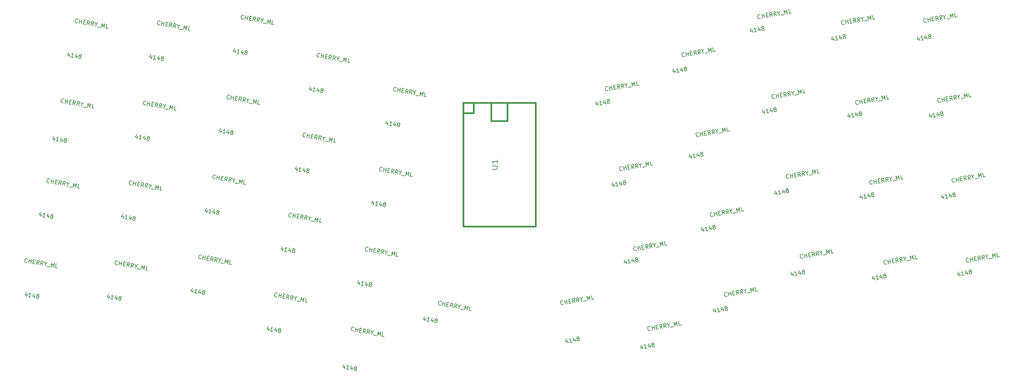
<source format=gbr>
G04 #@! TF.FileFunction,Legend,Top*
%FSLAX46Y46*%
G04 Gerber Fmt 4.6, Leading zero omitted, Abs format (unit mm)*
G04 Created by KiCad (PCBNEW (2015-03-15 BZR 5517)-product) date Wednesday, March 30, 2016 'AMt' 09:18:45 AM*
%MOMM*%
G01*
G04 APERTURE LIST*
%ADD10C,0.100000*%
%ADD11C,0.381000*%
%ADD12C,0.203200*%
%ADD13C,0.150000*%
G04 APERTURE END LIST*
D10*
D11*
X147904500Y-82760000D02*
X147904500Y-87205000D01*
X147904500Y-87205000D02*
X151905000Y-87205000D01*
X151905000Y-87205000D02*
X151905000Y-82760000D01*
X158890000Y-82760000D02*
X141110000Y-82760000D01*
X141110000Y-82760000D02*
X141110000Y-113240000D01*
X141110000Y-113240000D02*
X158890000Y-113240000D01*
X158890000Y-113240000D02*
X158890000Y-82760000D01*
X143650000Y-82760000D02*
X143650000Y-85300000D01*
X143650000Y-85300000D02*
X141110000Y-85300000D01*
D12*
X148161524Y-99161143D02*
X149189619Y-99161143D01*
X149310571Y-99088571D01*
X149371048Y-99016000D01*
X149431524Y-98870857D01*
X149431524Y-98580571D01*
X149371048Y-98435429D01*
X149310571Y-98362857D01*
X149189619Y-98290286D01*
X148161524Y-98290286D01*
X149431524Y-96766286D02*
X149431524Y-97637143D01*
X149431524Y-97201715D02*
X148161524Y-97201715D01*
X148342952Y-97346858D01*
X148463905Y-97492000D01*
X148524381Y-97637143D01*
D13*
X224591314Y-120939452D02*
X224552687Y-120994616D01*
X224420269Y-121066319D01*
X224326478Y-121082857D01*
X224177522Y-121060768D01*
X224067193Y-120983515D01*
X224003759Y-120897993D01*
X223923788Y-120718679D01*
X223898981Y-120577992D01*
X223912800Y-120382141D01*
X223943158Y-120280081D01*
X224020411Y-120169752D01*
X224152830Y-120098049D01*
X224246621Y-120081511D01*
X224395577Y-120103600D01*
X224450741Y-120142226D01*
X225029912Y-120958822D02*
X224856263Y-119974015D01*
X224938953Y-120442970D02*
X225501701Y-120343743D01*
X225592659Y-120859595D02*
X225419011Y-119874787D01*
X225970656Y-120261053D02*
X226298926Y-120203170D01*
X226530572Y-120694216D02*
X226061615Y-120776905D01*
X225887967Y-119792098D01*
X226356923Y-119709408D01*
X227515379Y-120520567D02*
X227104420Y-120109494D01*
X226952632Y-120619795D02*
X226778983Y-119634987D01*
X227154149Y-119568835D01*
X227256209Y-119599193D01*
X227311373Y-119637820D01*
X227374807Y-119723342D01*
X227399614Y-119864029D01*
X227369256Y-119966089D01*
X227330629Y-120021253D01*
X227245107Y-120084687D01*
X226869942Y-120150838D01*
X228500187Y-120346919D02*
X228089227Y-119935845D01*
X227937439Y-120446147D02*
X227763791Y-119461339D01*
X228138957Y-119395187D01*
X228241017Y-119425545D01*
X228296181Y-119464172D01*
X228359615Y-119549694D01*
X228384422Y-119690380D01*
X228354064Y-119792440D01*
X228315437Y-119847605D01*
X228229915Y-119911038D01*
X227854750Y-119977190D01*
X229027140Y-119770466D02*
X229109829Y-120239423D01*
X228607912Y-119312498D02*
X229027140Y-119770466D01*
X229264451Y-119196732D01*
X229548428Y-120258793D02*
X230298758Y-120126490D01*
X230516698Y-119991354D02*
X230343050Y-119006546D01*
X230795354Y-119652098D01*
X230999589Y-118890781D01*
X231173237Y-119875588D01*
X232111149Y-119710209D02*
X231642193Y-119792899D01*
X231468544Y-118808091D01*
X241682746Y-102694372D02*
X241644119Y-102749536D01*
X241511701Y-102821239D01*
X241417910Y-102837777D01*
X241268954Y-102815688D01*
X241158625Y-102738435D01*
X241095191Y-102652913D01*
X241015220Y-102473599D01*
X240990413Y-102332912D01*
X241004232Y-102137061D01*
X241034590Y-102035001D01*
X241111843Y-101924672D01*
X241244262Y-101852969D01*
X241338053Y-101836431D01*
X241487009Y-101858520D01*
X241542173Y-101897146D01*
X242121344Y-102713742D02*
X241947695Y-101728935D01*
X242030385Y-102197890D02*
X242593133Y-102098663D01*
X242684091Y-102614515D02*
X242510443Y-101629707D01*
X243062088Y-102015973D02*
X243390358Y-101958090D01*
X243622004Y-102449136D02*
X243153047Y-102531825D01*
X242979399Y-101547018D01*
X243448355Y-101464328D01*
X244606811Y-102275487D02*
X244195852Y-101864414D01*
X244044064Y-102374715D02*
X243870415Y-101389907D01*
X244245581Y-101323755D01*
X244347641Y-101354113D01*
X244402805Y-101392740D01*
X244466239Y-101478262D01*
X244491046Y-101618949D01*
X244460688Y-101721009D01*
X244422061Y-101776173D01*
X244336539Y-101839607D01*
X243961374Y-101905758D01*
X245591619Y-102101839D02*
X245180659Y-101690765D01*
X245028871Y-102201067D02*
X244855223Y-101216259D01*
X245230389Y-101150107D01*
X245332449Y-101180465D01*
X245387613Y-101219092D01*
X245451047Y-101304614D01*
X245475854Y-101445300D01*
X245445496Y-101547360D01*
X245406869Y-101602525D01*
X245321347Y-101665958D01*
X244946182Y-101732110D01*
X246118572Y-101525386D02*
X246201261Y-101994343D01*
X245699344Y-101067418D02*
X246118572Y-101525386D01*
X246355883Y-100951652D01*
X246639860Y-102013713D02*
X247390190Y-101881410D01*
X247608130Y-101746274D02*
X247434482Y-100761466D01*
X247886786Y-101407018D01*
X248091021Y-100645701D01*
X248264669Y-101630508D01*
X249202581Y-101465129D02*
X248733625Y-101547819D01*
X248559976Y-100563011D01*
X44290756Y-70697006D02*
X44174990Y-71353544D01*
X44122429Y-70280496D02*
X43763916Y-70942586D01*
X44373560Y-71050082D01*
X45206694Y-71535462D02*
X44643946Y-71436234D01*
X44925319Y-71485848D02*
X45098967Y-70501040D01*
X44980369Y-70625189D01*
X44870040Y-70702442D01*
X44767980Y-70732800D01*
X46166580Y-71027764D02*
X46050815Y-71684303D01*
X45998253Y-70611255D02*
X45639741Y-71273344D01*
X46249384Y-71380841D01*
X46806580Y-71237320D02*
X46721058Y-71173887D01*
X46682431Y-71118722D01*
X46652074Y-71016662D01*
X46660343Y-70969767D01*
X46723776Y-70884245D01*
X46778941Y-70845618D01*
X46881001Y-70815260D01*
X47068584Y-70848336D01*
X47154106Y-70911770D01*
X47192733Y-70966934D01*
X47223090Y-71068994D01*
X47214821Y-71115890D01*
X47151388Y-71201412D01*
X47096223Y-71240039D01*
X46994163Y-71270396D01*
X46806580Y-71237320D01*
X46704520Y-71267678D01*
X46649356Y-71306305D01*
X46585922Y-71391828D01*
X46552846Y-71579410D01*
X46583204Y-71681470D01*
X46621830Y-71736635D01*
X46707353Y-71800068D01*
X46894936Y-71833144D01*
X46996996Y-71802786D01*
X47052160Y-71764160D01*
X47115594Y-71678638D01*
X47148670Y-71491055D01*
X47118312Y-71388994D01*
X47079686Y-71333830D01*
X46994163Y-71270396D01*
X40644144Y-91377969D02*
X40528378Y-92034507D01*
X40475817Y-90961459D02*
X40117304Y-91623549D01*
X40726948Y-91731045D01*
X41560082Y-92216425D02*
X40997334Y-92117197D01*
X41278707Y-92166811D02*
X41452355Y-91182003D01*
X41333757Y-91306152D01*
X41223428Y-91383405D01*
X41121368Y-91413763D01*
X42519968Y-91708727D02*
X42404203Y-92365266D01*
X42351641Y-91292218D02*
X41993129Y-91954307D01*
X42602772Y-92061804D01*
X43159968Y-91918283D02*
X43074446Y-91854850D01*
X43035819Y-91799685D01*
X43005462Y-91697625D01*
X43013731Y-91650730D01*
X43077164Y-91565208D01*
X43132329Y-91526581D01*
X43234389Y-91496223D01*
X43421972Y-91529299D01*
X43507494Y-91592733D01*
X43546121Y-91647897D01*
X43576478Y-91749957D01*
X43568209Y-91796853D01*
X43504776Y-91882375D01*
X43449611Y-91921002D01*
X43347551Y-91951359D01*
X43159968Y-91918283D01*
X43057908Y-91948641D01*
X43002744Y-91987268D01*
X42939310Y-92072791D01*
X42906234Y-92260373D01*
X42936592Y-92362433D01*
X42975218Y-92417598D01*
X43060741Y-92481031D01*
X43248324Y-92514107D01*
X43350384Y-92483749D01*
X43405548Y-92445123D01*
X43468982Y-92359601D01*
X43502058Y-92172018D01*
X43471700Y-92069957D01*
X43433074Y-92014793D01*
X43347551Y-91951359D01*
X37344829Y-110089316D02*
X37229063Y-110745854D01*
X37176502Y-109672806D02*
X36817989Y-110334896D01*
X37427633Y-110442392D01*
X38260767Y-110927772D02*
X37698019Y-110828544D01*
X37979392Y-110878158D02*
X38153040Y-109893350D01*
X38034442Y-110017499D01*
X37924113Y-110094752D01*
X37822053Y-110125110D01*
X39220653Y-110420074D02*
X39104888Y-111076613D01*
X39052326Y-110003565D02*
X38693814Y-110665654D01*
X39303457Y-110773151D01*
X39860653Y-110629630D02*
X39775131Y-110566197D01*
X39736504Y-110511032D01*
X39706147Y-110408972D01*
X39714416Y-110362077D01*
X39777849Y-110276555D01*
X39833014Y-110237928D01*
X39935074Y-110207570D01*
X40122657Y-110240646D01*
X40208179Y-110304080D01*
X40246806Y-110359244D01*
X40277163Y-110461304D01*
X40268894Y-110508200D01*
X40205461Y-110593722D01*
X40150296Y-110632349D01*
X40048236Y-110662706D01*
X39860653Y-110629630D01*
X39758593Y-110659988D01*
X39703429Y-110698615D01*
X39639995Y-110784138D01*
X39606919Y-110971720D01*
X39637277Y-111073780D01*
X39675903Y-111128945D01*
X39761426Y-111192378D01*
X39949009Y-111225454D01*
X40051069Y-111195096D01*
X40106233Y-111156470D01*
X40169667Y-111070948D01*
X40202743Y-110883365D01*
X40172385Y-110781304D01*
X40133759Y-110726140D01*
X40048236Y-110662706D01*
X33871865Y-129785471D02*
X33756099Y-130442009D01*
X33703538Y-129368961D02*
X33345025Y-130031051D01*
X33954669Y-130138547D01*
X34787803Y-130623927D02*
X34225055Y-130524699D01*
X34506428Y-130574313D02*
X34680076Y-129589505D01*
X34561478Y-129713654D01*
X34451149Y-129790907D01*
X34349089Y-129821265D01*
X35747689Y-130116229D02*
X35631924Y-130772768D01*
X35579362Y-129699720D02*
X35220850Y-130361809D01*
X35830493Y-130469306D01*
X36387689Y-130325785D02*
X36302167Y-130262352D01*
X36263540Y-130207187D01*
X36233183Y-130105127D01*
X36241452Y-130058232D01*
X36304885Y-129972710D01*
X36360050Y-129934083D01*
X36462110Y-129903725D01*
X36649693Y-129936801D01*
X36735215Y-130000235D01*
X36773842Y-130055399D01*
X36804199Y-130157459D01*
X36795930Y-130204355D01*
X36732497Y-130289877D01*
X36677332Y-130328504D01*
X36575272Y-130358861D01*
X36387689Y-130325785D01*
X36285629Y-130356143D01*
X36230465Y-130394770D01*
X36167031Y-130480293D01*
X36133955Y-130667875D01*
X36164313Y-130769935D01*
X36202939Y-130825100D01*
X36288462Y-130888533D01*
X36476045Y-130921609D01*
X36578105Y-130891251D01*
X36633269Y-130852625D01*
X36696703Y-130767103D01*
X36729779Y-130579520D01*
X36699421Y-130477459D01*
X36660795Y-130422295D01*
X36575272Y-130358861D01*
X64507855Y-71215546D02*
X64392089Y-71872084D01*
X64339528Y-70799036D02*
X63981015Y-71461126D01*
X64590659Y-71568622D01*
X65423793Y-72054002D02*
X64861045Y-71954774D01*
X65142418Y-72004388D02*
X65316066Y-71019580D01*
X65197468Y-71143729D01*
X65087139Y-71220982D01*
X64985079Y-71251340D01*
X66383679Y-71546304D02*
X66267914Y-72202843D01*
X66215352Y-71129795D02*
X65856840Y-71791884D01*
X66466483Y-71899381D01*
X67023679Y-71755860D02*
X66938157Y-71692427D01*
X66899530Y-71637262D01*
X66869173Y-71535202D01*
X66877442Y-71488307D01*
X66940875Y-71402785D01*
X66996040Y-71364158D01*
X67098100Y-71333800D01*
X67285683Y-71366876D01*
X67371205Y-71430310D01*
X67409832Y-71485474D01*
X67440189Y-71587534D01*
X67431920Y-71634430D01*
X67368487Y-71719952D01*
X67313322Y-71758579D01*
X67211262Y-71788936D01*
X67023679Y-71755860D01*
X66921619Y-71786218D01*
X66866455Y-71824845D01*
X66803021Y-71910368D01*
X66769945Y-72097950D01*
X66800303Y-72200010D01*
X66838929Y-72255175D01*
X66924452Y-72318608D01*
X67112035Y-72351684D01*
X67214095Y-72321326D01*
X67269259Y-72282700D01*
X67332693Y-72197178D01*
X67365769Y-72009595D01*
X67335411Y-71907534D01*
X67296785Y-71852370D01*
X67211262Y-71788936D01*
X61034892Y-90911701D02*
X60919126Y-91568239D01*
X60866565Y-90495191D02*
X60508052Y-91157281D01*
X61117696Y-91264777D01*
X61950830Y-91750157D02*
X61388082Y-91650929D01*
X61669455Y-91700543D02*
X61843103Y-90715735D01*
X61724505Y-90839884D01*
X61614176Y-90917137D01*
X61512116Y-90947495D01*
X62910716Y-91242459D02*
X62794951Y-91898998D01*
X62742389Y-90825950D02*
X62383877Y-91488039D01*
X62993520Y-91595536D01*
X63550716Y-91452015D02*
X63465194Y-91388582D01*
X63426567Y-91333417D01*
X63396210Y-91231357D01*
X63404479Y-91184462D01*
X63467912Y-91098940D01*
X63523077Y-91060313D01*
X63625137Y-91029955D01*
X63812720Y-91063031D01*
X63898242Y-91126465D01*
X63936869Y-91181629D01*
X63967226Y-91283689D01*
X63958957Y-91330585D01*
X63895524Y-91416107D01*
X63840359Y-91454734D01*
X63738299Y-91485091D01*
X63550716Y-91452015D01*
X63448656Y-91482373D01*
X63393492Y-91521000D01*
X63330058Y-91606523D01*
X63296982Y-91794105D01*
X63327340Y-91896165D01*
X63365966Y-91951330D01*
X63451489Y-92014763D01*
X63639072Y-92047839D01*
X63741132Y-92017481D01*
X63796296Y-91978855D01*
X63859730Y-91893333D01*
X63892806Y-91705750D01*
X63862448Y-91603689D01*
X63823822Y-91548525D01*
X63738299Y-91485091D01*
X57561928Y-110607856D02*
X57446162Y-111264394D01*
X57393601Y-110191346D02*
X57035088Y-110853436D01*
X57644732Y-110960932D01*
X58477866Y-111446312D02*
X57915118Y-111347084D01*
X58196491Y-111396698D02*
X58370139Y-110411890D01*
X58251541Y-110536039D01*
X58141212Y-110613292D01*
X58039152Y-110643650D01*
X59437752Y-110938614D02*
X59321987Y-111595153D01*
X59269425Y-110522105D02*
X58910913Y-111184194D01*
X59520556Y-111291691D01*
X60077752Y-111148170D02*
X59992230Y-111084737D01*
X59953603Y-111029572D01*
X59923246Y-110927512D01*
X59931515Y-110880617D01*
X59994948Y-110795095D01*
X60050113Y-110756468D01*
X60152173Y-110726110D01*
X60339756Y-110759186D01*
X60425278Y-110822620D01*
X60463905Y-110877784D01*
X60494262Y-110979844D01*
X60485993Y-111026740D01*
X60422560Y-111112262D01*
X60367395Y-111150889D01*
X60265335Y-111181246D01*
X60077752Y-111148170D01*
X59975692Y-111178528D01*
X59920528Y-111217155D01*
X59857094Y-111302678D01*
X59824018Y-111490260D01*
X59854376Y-111592320D01*
X59893002Y-111647485D01*
X59978525Y-111710918D01*
X60166108Y-111743994D01*
X60268168Y-111713636D01*
X60323332Y-111675010D01*
X60386766Y-111589488D01*
X60419842Y-111401905D01*
X60389484Y-111299844D01*
X60350858Y-111244680D01*
X60265335Y-111181246D01*
X54088965Y-130304011D02*
X53973199Y-130960549D01*
X53920638Y-129887501D02*
X53562125Y-130549591D01*
X54171769Y-130657087D01*
X55004903Y-131142467D02*
X54442155Y-131043239D01*
X54723528Y-131092853D02*
X54897176Y-130108045D01*
X54778578Y-130232194D01*
X54668249Y-130309447D01*
X54566189Y-130339805D01*
X55964789Y-130634769D02*
X55849024Y-131291308D01*
X55796462Y-130218260D02*
X55437950Y-130880349D01*
X56047593Y-130987846D01*
X56604789Y-130844325D02*
X56519267Y-130780892D01*
X56480640Y-130725727D01*
X56450283Y-130623667D01*
X56458552Y-130576772D01*
X56521985Y-130491250D01*
X56577150Y-130452623D01*
X56679210Y-130422265D01*
X56866793Y-130455341D01*
X56952315Y-130518775D01*
X56990942Y-130573939D01*
X57021299Y-130675999D01*
X57013030Y-130722895D01*
X56949597Y-130808417D01*
X56894432Y-130847044D01*
X56792372Y-130877401D01*
X56604789Y-130844325D01*
X56502729Y-130874683D01*
X56447565Y-130913310D01*
X56384131Y-130998833D01*
X56351055Y-131186415D01*
X56381413Y-131288475D01*
X56420039Y-131343640D01*
X56505562Y-131407073D01*
X56693145Y-131440149D01*
X56795205Y-131409791D01*
X56850369Y-131371165D01*
X56913803Y-131285643D01*
X56946879Y-131098060D01*
X56916521Y-130995999D01*
X56877895Y-130940835D01*
X56792372Y-130877401D01*
X85072251Y-69764471D02*
X84956485Y-70421009D01*
X84903924Y-69347961D02*
X84545411Y-70010051D01*
X85155055Y-70117547D01*
X85988189Y-70602927D02*
X85425441Y-70503699D01*
X85706814Y-70553313D02*
X85880462Y-69568505D01*
X85761864Y-69692654D01*
X85651535Y-69769907D01*
X85549475Y-69800265D01*
X86948075Y-70095229D02*
X86832310Y-70751768D01*
X86779748Y-69678720D02*
X86421236Y-70340809D01*
X87030879Y-70448306D01*
X87588075Y-70304785D02*
X87502553Y-70241352D01*
X87463926Y-70186187D01*
X87433569Y-70084127D01*
X87441838Y-70037232D01*
X87505271Y-69951710D01*
X87560436Y-69913083D01*
X87662496Y-69882725D01*
X87850079Y-69915801D01*
X87935601Y-69979235D01*
X87974228Y-70034399D01*
X88004585Y-70136459D01*
X87996316Y-70183355D01*
X87932883Y-70268877D01*
X87877718Y-70307504D01*
X87775658Y-70337861D01*
X87588075Y-70304785D01*
X87486015Y-70335143D01*
X87430851Y-70373770D01*
X87367417Y-70459293D01*
X87334341Y-70646875D01*
X87364699Y-70748935D01*
X87403325Y-70804100D01*
X87488848Y-70867533D01*
X87676431Y-70900609D01*
X87778491Y-70870251D01*
X87833655Y-70831625D01*
X87897089Y-70746103D01*
X87930165Y-70558520D01*
X87899807Y-70456459D01*
X87861181Y-70401295D01*
X87775658Y-70337861D01*
X81599288Y-89460626D02*
X81483522Y-90117164D01*
X81430961Y-89044116D02*
X81072448Y-89706206D01*
X81682092Y-89813702D01*
X82515226Y-90299082D02*
X81952478Y-90199854D01*
X82233851Y-90249468D02*
X82407499Y-89264660D01*
X82288901Y-89388809D01*
X82178572Y-89466062D01*
X82076512Y-89496420D01*
X83475112Y-89791384D02*
X83359347Y-90447923D01*
X83306785Y-89374875D02*
X82948273Y-90036964D01*
X83557916Y-90144461D01*
X84115112Y-90000940D02*
X84029590Y-89937507D01*
X83990963Y-89882342D01*
X83960606Y-89780282D01*
X83968875Y-89733387D01*
X84032308Y-89647865D01*
X84087473Y-89609238D01*
X84189533Y-89578880D01*
X84377116Y-89611956D01*
X84462638Y-89675390D01*
X84501265Y-89730554D01*
X84531622Y-89832614D01*
X84523353Y-89879510D01*
X84459920Y-89965032D01*
X84404755Y-90003659D01*
X84302695Y-90034016D01*
X84115112Y-90000940D01*
X84013052Y-90031298D01*
X83957888Y-90069925D01*
X83894454Y-90155448D01*
X83861378Y-90343030D01*
X83891736Y-90445090D01*
X83930362Y-90500255D01*
X84015885Y-90563688D01*
X84203468Y-90596764D01*
X84305528Y-90566406D01*
X84360692Y-90527780D01*
X84424126Y-90442258D01*
X84457202Y-90254675D01*
X84426844Y-90152614D01*
X84388218Y-90097450D01*
X84302695Y-90034016D01*
X78126324Y-109156781D02*
X78010558Y-109813319D01*
X77957997Y-108740271D02*
X77599484Y-109402361D01*
X78209128Y-109509857D01*
X79042262Y-109995237D02*
X78479514Y-109896009D01*
X78760887Y-109945623D02*
X78934535Y-108960815D01*
X78815937Y-109084964D01*
X78705608Y-109162217D01*
X78603548Y-109192575D01*
X80002148Y-109487539D02*
X79886383Y-110144078D01*
X79833821Y-109071030D02*
X79475309Y-109733119D01*
X80084952Y-109840616D01*
X80642148Y-109697095D02*
X80556626Y-109633662D01*
X80517999Y-109578497D01*
X80487642Y-109476437D01*
X80495911Y-109429542D01*
X80559344Y-109344020D01*
X80614509Y-109305393D01*
X80716569Y-109275035D01*
X80904152Y-109308111D01*
X80989674Y-109371545D01*
X81028301Y-109426709D01*
X81058658Y-109528769D01*
X81050389Y-109575665D01*
X80986956Y-109661187D01*
X80931791Y-109699814D01*
X80829731Y-109730171D01*
X80642148Y-109697095D01*
X80540088Y-109727453D01*
X80484924Y-109766080D01*
X80421490Y-109851603D01*
X80388414Y-110039185D01*
X80418772Y-110141245D01*
X80457398Y-110196410D01*
X80542921Y-110259843D01*
X80730504Y-110292919D01*
X80832564Y-110262561D01*
X80887728Y-110223935D01*
X80951162Y-110138413D01*
X80984238Y-109950830D01*
X80953880Y-109848769D01*
X80915254Y-109793605D01*
X80829731Y-109730171D01*
X74653361Y-128852936D02*
X74537595Y-129509474D01*
X74485034Y-128436426D02*
X74126521Y-129098516D01*
X74736165Y-129206012D01*
X75569299Y-129691392D02*
X75006551Y-129592164D01*
X75287924Y-129641778D02*
X75461572Y-128656970D01*
X75342974Y-128781119D01*
X75232645Y-128858372D01*
X75130585Y-128888730D01*
X76529185Y-129183694D02*
X76413420Y-129840233D01*
X76360858Y-128767185D02*
X76002346Y-129429274D01*
X76611989Y-129536771D01*
X77169185Y-129393250D02*
X77083663Y-129329817D01*
X77045036Y-129274652D01*
X77014679Y-129172592D01*
X77022948Y-129125697D01*
X77086381Y-129040175D01*
X77141546Y-129001548D01*
X77243606Y-128971190D01*
X77431189Y-129004266D01*
X77516711Y-129067700D01*
X77555338Y-129122864D01*
X77585695Y-129224924D01*
X77577426Y-129271820D01*
X77513993Y-129357342D01*
X77458828Y-129395969D01*
X77356768Y-129426326D01*
X77169185Y-129393250D01*
X77067125Y-129423608D01*
X77011961Y-129462235D01*
X76948527Y-129547758D01*
X76915451Y-129735340D01*
X76945809Y-129837400D01*
X76984435Y-129892565D01*
X77069958Y-129955998D01*
X77257541Y-129989074D01*
X77359601Y-129958716D01*
X77414765Y-129920090D01*
X77478199Y-129834568D01*
X77511275Y-129646985D01*
X77480917Y-129544924D01*
X77442291Y-129489760D01*
X77356768Y-129426326D01*
X103726517Y-79146281D02*
X103610751Y-79802819D01*
X103558190Y-78729771D02*
X103199677Y-79391861D01*
X103809321Y-79499357D01*
X104642455Y-79984737D02*
X104079707Y-79885509D01*
X104361080Y-79935123D02*
X104534728Y-78950315D01*
X104416130Y-79074464D01*
X104305801Y-79151717D01*
X104203741Y-79182075D01*
X105602341Y-79477039D02*
X105486576Y-80133578D01*
X105434014Y-79060530D02*
X105075502Y-79722619D01*
X105685145Y-79830116D01*
X106242341Y-79686595D02*
X106156819Y-79623162D01*
X106118192Y-79567997D01*
X106087835Y-79465937D01*
X106096104Y-79419042D01*
X106159537Y-79333520D01*
X106214702Y-79294893D01*
X106316762Y-79264535D01*
X106504345Y-79297611D01*
X106589867Y-79361045D01*
X106628494Y-79416209D01*
X106658851Y-79518269D01*
X106650582Y-79565165D01*
X106587149Y-79650687D01*
X106531984Y-79689314D01*
X106429924Y-79719671D01*
X106242341Y-79686595D01*
X106140281Y-79716953D01*
X106085117Y-79755580D01*
X106021683Y-79841103D01*
X105988607Y-80028685D01*
X106018965Y-80130745D01*
X106057591Y-80185910D01*
X106143114Y-80249343D01*
X106330697Y-80282419D01*
X106432757Y-80252061D01*
X106487921Y-80213435D01*
X106551355Y-80127913D01*
X106584431Y-79940330D01*
X106554073Y-79838269D01*
X106515447Y-79783105D01*
X106429924Y-79719671D01*
X100253554Y-98842436D02*
X100137788Y-99498974D01*
X100085227Y-98425926D02*
X99726714Y-99088016D01*
X100336358Y-99195512D01*
X101169492Y-99680892D02*
X100606744Y-99581664D01*
X100888117Y-99631278D02*
X101061765Y-98646470D01*
X100943167Y-98770619D01*
X100832838Y-98847872D01*
X100730778Y-98878230D01*
X102129378Y-99173194D02*
X102013613Y-99829733D01*
X101961051Y-98756685D02*
X101602539Y-99418774D01*
X102212182Y-99526271D01*
X102769378Y-99382750D02*
X102683856Y-99319317D01*
X102645229Y-99264152D01*
X102614872Y-99162092D01*
X102623141Y-99115197D01*
X102686574Y-99029675D01*
X102741739Y-98991048D01*
X102843799Y-98960690D01*
X103031382Y-98993766D01*
X103116904Y-99057200D01*
X103155531Y-99112364D01*
X103185888Y-99214424D01*
X103177619Y-99261320D01*
X103114186Y-99346842D01*
X103059021Y-99385469D01*
X102956961Y-99415826D01*
X102769378Y-99382750D01*
X102667318Y-99413108D01*
X102612154Y-99451735D01*
X102548720Y-99537258D01*
X102515644Y-99724840D01*
X102546002Y-99826900D01*
X102584628Y-99882065D01*
X102670151Y-99945498D01*
X102857734Y-99978574D01*
X102959794Y-99948216D01*
X103014958Y-99909590D01*
X103078392Y-99824068D01*
X103111468Y-99636485D01*
X103081110Y-99534424D01*
X103042484Y-99479260D01*
X102956961Y-99415826D01*
X96780590Y-118538591D02*
X96664824Y-119195129D01*
X96612263Y-118122081D02*
X96253750Y-118784171D01*
X96863394Y-118891667D01*
X97696528Y-119377047D02*
X97133780Y-119277819D01*
X97415153Y-119327433D02*
X97588801Y-118342625D01*
X97470203Y-118466774D01*
X97359874Y-118544027D01*
X97257814Y-118574385D01*
X98656414Y-118869349D02*
X98540649Y-119525888D01*
X98488087Y-118452840D02*
X98129575Y-119114929D01*
X98739218Y-119222426D01*
X99296414Y-119078905D02*
X99210892Y-119015472D01*
X99172265Y-118960307D01*
X99141908Y-118858247D01*
X99150177Y-118811352D01*
X99213610Y-118725830D01*
X99268775Y-118687203D01*
X99370835Y-118656845D01*
X99558418Y-118689921D01*
X99643940Y-118753355D01*
X99682567Y-118808519D01*
X99712924Y-118910579D01*
X99704655Y-118957475D01*
X99641222Y-119042997D01*
X99586057Y-119081624D01*
X99483997Y-119111981D01*
X99296414Y-119078905D01*
X99194354Y-119109263D01*
X99139190Y-119147890D01*
X99075756Y-119233413D01*
X99042680Y-119420995D01*
X99073038Y-119523055D01*
X99111664Y-119578220D01*
X99197187Y-119641653D01*
X99384770Y-119674729D01*
X99486830Y-119644371D01*
X99541994Y-119605745D01*
X99605428Y-119520223D01*
X99638504Y-119332640D01*
X99608146Y-119230579D01*
X99569520Y-119175415D01*
X99483997Y-119111981D01*
X93307627Y-138234746D02*
X93191861Y-138891284D01*
X93139300Y-137818236D02*
X92780787Y-138480326D01*
X93390431Y-138587822D01*
X94223565Y-139073202D02*
X93660817Y-138973974D01*
X93942190Y-139023588D02*
X94115838Y-138038780D01*
X93997240Y-138162929D01*
X93886911Y-138240182D01*
X93784851Y-138270540D01*
X95183451Y-138565504D02*
X95067686Y-139222043D01*
X95015124Y-138148995D02*
X94656612Y-138811084D01*
X95266255Y-138918581D01*
X95823451Y-138775060D02*
X95737929Y-138711627D01*
X95699302Y-138656462D01*
X95668945Y-138554402D01*
X95677214Y-138507507D01*
X95740647Y-138421985D01*
X95795812Y-138383358D01*
X95897872Y-138353000D01*
X96085455Y-138386076D01*
X96170977Y-138449510D01*
X96209604Y-138504674D01*
X96239961Y-138606734D01*
X96231692Y-138653630D01*
X96168259Y-138739152D01*
X96113094Y-138777779D01*
X96011034Y-138808136D01*
X95823451Y-138775060D01*
X95721391Y-138805418D01*
X95666227Y-138844045D01*
X95602793Y-138929568D01*
X95569717Y-139117150D01*
X95600075Y-139219210D01*
X95638701Y-139274375D01*
X95724224Y-139337808D01*
X95911807Y-139370884D01*
X96013867Y-139340526D01*
X96069031Y-139301900D01*
X96132465Y-139216378D01*
X96165541Y-139028795D01*
X96135183Y-138926734D01*
X96096557Y-138871570D01*
X96011034Y-138808136D01*
X122554431Y-87543283D02*
X122438665Y-88199821D01*
X122386104Y-87126773D02*
X122027591Y-87788863D01*
X122637235Y-87896359D01*
X123470369Y-88381739D02*
X122907621Y-88282511D01*
X123188994Y-88332125D02*
X123362642Y-87347317D01*
X123244044Y-87471466D01*
X123133715Y-87548719D01*
X123031655Y-87579077D01*
X124430255Y-87874041D02*
X124314490Y-88530580D01*
X124261928Y-87457532D02*
X123903416Y-88119621D01*
X124513059Y-88227118D01*
X125070255Y-88083597D02*
X124984733Y-88020164D01*
X124946106Y-87964999D01*
X124915749Y-87862939D01*
X124924018Y-87816044D01*
X124987451Y-87730522D01*
X125042616Y-87691895D01*
X125144676Y-87661537D01*
X125332259Y-87694613D01*
X125417781Y-87758047D01*
X125456408Y-87813211D01*
X125486765Y-87915271D01*
X125478496Y-87962167D01*
X125415063Y-88047689D01*
X125359898Y-88086316D01*
X125257838Y-88116673D01*
X125070255Y-88083597D01*
X124968195Y-88113955D01*
X124913031Y-88152582D01*
X124849597Y-88238105D01*
X124816521Y-88425687D01*
X124846879Y-88527747D01*
X124885505Y-88582912D01*
X124971028Y-88646345D01*
X125158611Y-88679421D01*
X125260671Y-88649063D01*
X125315835Y-88610437D01*
X125379269Y-88524915D01*
X125412345Y-88337332D01*
X125381987Y-88235271D01*
X125343361Y-88180107D01*
X125257838Y-88116673D01*
X119081468Y-107239438D02*
X118965702Y-107895976D01*
X118913141Y-106822928D02*
X118554628Y-107485018D01*
X119164272Y-107592514D01*
X119997406Y-108077894D02*
X119434658Y-107978666D01*
X119716031Y-108028280D02*
X119889679Y-107043472D01*
X119771081Y-107167621D01*
X119660752Y-107244874D01*
X119558692Y-107275232D01*
X120957292Y-107570196D02*
X120841527Y-108226735D01*
X120788965Y-107153687D02*
X120430453Y-107815776D01*
X121040096Y-107923273D01*
X121597292Y-107779752D02*
X121511770Y-107716319D01*
X121473143Y-107661154D01*
X121442786Y-107559094D01*
X121451055Y-107512199D01*
X121514488Y-107426677D01*
X121569653Y-107388050D01*
X121671713Y-107357692D01*
X121859296Y-107390768D01*
X121944818Y-107454202D01*
X121983445Y-107509366D01*
X122013802Y-107611426D01*
X122005533Y-107658322D01*
X121942100Y-107743844D01*
X121886935Y-107782471D01*
X121784875Y-107812828D01*
X121597292Y-107779752D01*
X121495232Y-107810110D01*
X121440068Y-107848737D01*
X121376634Y-107934260D01*
X121343558Y-108121842D01*
X121373916Y-108223902D01*
X121412542Y-108279067D01*
X121498065Y-108342500D01*
X121685648Y-108375576D01*
X121787708Y-108345218D01*
X121842872Y-108306592D01*
X121906306Y-108221070D01*
X121939382Y-108033487D01*
X121909024Y-107931426D01*
X121870398Y-107876262D01*
X121784875Y-107812828D01*
X115608504Y-126935593D02*
X115492738Y-127592131D01*
X115440177Y-126519083D02*
X115081664Y-127181173D01*
X115691308Y-127288669D01*
X116524442Y-127774049D02*
X115961694Y-127674821D01*
X116243067Y-127724435D02*
X116416715Y-126739627D01*
X116298117Y-126863776D01*
X116187788Y-126941029D01*
X116085728Y-126971387D01*
X117484328Y-127266351D02*
X117368563Y-127922890D01*
X117316001Y-126849842D02*
X116957489Y-127511931D01*
X117567132Y-127619428D01*
X118124328Y-127475907D02*
X118038806Y-127412474D01*
X118000179Y-127357309D01*
X117969822Y-127255249D01*
X117978091Y-127208354D01*
X118041524Y-127122832D01*
X118096689Y-127084205D01*
X118198749Y-127053847D01*
X118386332Y-127086923D01*
X118471854Y-127150357D01*
X118510481Y-127205521D01*
X118540838Y-127307581D01*
X118532569Y-127354477D01*
X118469136Y-127439999D01*
X118413971Y-127478626D01*
X118311911Y-127508983D01*
X118124328Y-127475907D01*
X118022268Y-127506265D01*
X117967104Y-127544892D01*
X117903670Y-127630415D01*
X117870594Y-127817997D01*
X117900952Y-127920057D01*
X117939578Y-127975222D01*
X118025101Y-128038655D01*
X118212684Y-128071731D01*
X118314744Y-128041373D01*
X118369908Y-128002747D01*
X118433342Y-127917225D01*
X118466418Y-127729642D01*
X118436060Y-127627581D01*
X118397434Y-127572417D01*
X118311911Y-127508983D01*
X111961893Y-147616556D02*
X111846127Y-148273094D01*
X111793566Y-147200046D02*
X111435053Y-147862136D01*
X112044697Y-147969632D01*
X112877831Y-148455012D02*
X112315083Y-148355784D01*
X112596456Y-148405398D02*
X112770104Y-147420590D01*
X112651506Y-147544739D01*
X112541177Y-147621992D01*
X112439117Y-147652350D01*
X113837717Y-147947314D02*
X113721952Y-148603853D01*
X113669390Y-147530805D02*
X113310878Y-148192894D01*
X113920521Y-148300391D01*
X114477717Y-148156870D02*
X114392195Y-148093437D01*
X114353568Y-148038272D01*
X114323211Y-147936212D01*
X114331480Y-147889317D01*
X114394913Y-147803795D01*
X114450078Y-147765168D01*
X114552138Y-147734810D01*
X114739721Y-147767886D01*
X114825243Y-147831320D01*
X114863870Y-147886484D01*
X114894227Y-147988544D01*
X114885958Y-148035440D01*
X114822525Y-148120962D01*
X114767360Y-148159589D01*
X114665300Y-148189946D01*
X114477717Y-148156870D01*
X114375657Y-148187228D01*
X114320493Y-148225855D01*
X114257059Y-148311378D01*
X114223983Y-148498960D01*
X114254341Y-148601020D01*
X114292967Y-148656185D01*
X114378490Y-148719618D01*
X114566073Y-148752694D01*
X114668133Y-148722336D01*
X114723297Y-148683710D01*
X114786731Y-148598188D01*
X114819807Y-148410605D01*
X114789449Y-148308544D01*
X114750823Y-148253380D01*
X114665300Y-148189946D01*
X131775251Y-135797552D02*
X131659485Y-136454090D01*
X131606924Y-135381042D02*
X131248411Y-136043132D01*
X131858055Y-136150628D01*
X132691189Y-136636008D02*
X132128441Y-136536780D01*
X132409814Y-136586394D02*
X132583462Y-135601586D01*
X132464864Y-135725735D01*
X132354535Y-135802988D01*
X132252475Y-135833346D01*
X133651075Y-136128310D02*
X133535310Y-136784849D01*
X133482748Y-135711801D02*
X133124236Y-136373890D01*
X133733879Y-136481387D01*
X134291075Y-136337866D02*
X134205553Y-136274433D01*
X134166926Y-136219268D01*
X134136569Y-136117208D01*
X134144838Y-136070313D01*
X134208271Y-135984791D01*
X134263436Y-135946164D01*
X134365496Y-135915806D01*
X134553079Y-135948882D01*
X134638601Y-136012316D01*
X134677228Y-136067480D01*
X134707585Y-136169540D01*
X134699316Y-136216436D01*
X134635883Y-136301958D01*
X134580718Y-136340585D01*
X134478658Y-136370942D01*
X134291075Y-136337866D01*
X134189015Y-136368224D01*
X134133851Y-136406851D01*
X134070417Y-136492374D01*
X134037341Y-136679956D01*
X134067699Y-136782016D01*
X134106325Y-136837181D01*
X134191848Y-136900614D01*
X134379431Y-136933690D01*
X134481491Y-136903332D01*
X134536655Y-136864706D01*
X134600089Y-136779184D01*
X134633165Y-136591601D01*
X134602807Y-136489540D01*
X134564181Y-136434376D01*
X134478658Y-136370942D01*
X166654630Y-141228864D02*
X166770396Y-141885403D01*
X166354000Y-140895045D02*
X166243556Y-141639824D01*
X166853200Y-141532327D01*
X167802099Y-141703486D02*
X167239351Y-141802714D01*
X167520725Y-141753100D02*
X167347076Y-140768292D01*
X167278092Y-140925517D01*
X167200839Y-141035846D01*
X167115317Y-141099279D01*
X168530454Y-140898106D02*
X168646220Y-141554645D01*
X168229824Y-140564286D02*
X168119381Y-141309066D01*
X168729024Y-141201569D01*
X169203530Y-140876132D02*
X169101470Y-140845774D01*
X169046306Y-140807147D01*
X168982872Y-140721625D01*
X168974603Y-140674730D01*
X169004961Y-140572670D01*
X169043587Y-140517505D01*
X169129110Y-140454072D01*
X169316693Y-140420996D01*
X169418753Y-140451353D01*
X169473917Y-140489980D01*
X169537351Y-140575502D01*
X169545620Y-140622398D01*
X169515262Y-140724458D01*
X169476636Y-140779622D01*
X169391113Y-140843056D01*
X169203530Y-140876132D01*
X169118008Y-140939565D01*
X169079381Y-140994730D01*
X169049024Y-141096791D01*
X169082100Y-141284373D01*
X169145533Y-141369895D01*
X169200698Y-141408522D01*
X169302758Y-141438879D01*
X169490341Y-141405803D01*
X169575863Y-141342370D01*
X169614490Y-141287206D01*
X169644847Y-141185145D01*
X169611772Y-140997563D01*
X169548338Y-140912040D01*
X169493174Y-140873413D01*
X169391113Y-140843056D01*
X174051732Y-82723083D02*
X174167498Y-83379622D01*
X173751102Y-82389264D02*
X173640658Y-83134043D01*
X174250302Y-83026546D01*
X175199201Y-83197705D02*
X174636453Y-83296933D01*
X174917827Y-83247319D02*
X174744178Y-82262511D01*
X174675194Y-82419736D01*
X174597941Y-82530065D01*
X174512419Y-82593498D01*
X175927556Y-82392325D02*
X176043322Y-83048864D01*
X175626926Y-82058505D02*
X175516483Y-82803285D01*
X176126126Y-82695788D01*
X176600632Y-82370351D02*
X176498572Y-82339993D01*
X176443408Y-82301366D01*
X176379974Y-82215844D01*
X176371705Y-82168949D01*
X176402063Y-82066889D01*
X176440689Y-82011724D01*
X176526212Y-81948291D01*
X176713795Y-81915215D01*
X176815855Y-81945572D01*
X176871019Y-81984199D01*
X176934453Y-82069721D01*
X176942722Y-82116617D01*
X176912364Y-82218677D01*
X176873738Y-82273841D01*
X176788215Y-82337275D01*
X176600632Y-82370351D01*
X176515110Y-82433784D01*
X176476483Y-82488949D01*
X176446126Y-82591010D01*
X176479202Y-82778592D01*
X176542635Y-82864114D01*
X176597800Y-82902741D01*
X176699860Y-82933098D01*
X176887443Y-82900022D01*
X176972965Y-82836589D01*
X177011592Y-82781425D01*
X177041949Y-82679364D01*
X177008874Y-82491782D01*
X176945440Y-82406259D01*
X176890276Y-82367632D01*
X176788215Y-82337275D01*
X178051732Y-102723083D02*
X178167498Y-103379622D01*
X177751102Y-102389264D02*
X177640658Y-103134043D01*
X178250302Y-103026546D01*
X179199201Y-103197705D02*
X178636453Y-103296933D01*
X178917827Y-103247319D02*
X178744178Y-102262511D01*
X178675194Y-102419736D01*
X178597941Y-102530065D01*
X178512419Y-102593498D01*
X179927556Y-102392325D02*
X180043322Y-103048864D01*
X179626926Y-102058505D02*
X179516483Y-102803285D01*
X180126126Y-102695788D01*
X180600632Y-102370351D02*
X180498572Y-102339993D01*
X180443408Y-102301366D01*
X180379974Y-102215844D01*
X180371705Y-102168949D01*
X180402063Y-102066889D01*
X180440689Y-102011724D01*
X180526212Y-101948291D01*
X180713795Y-101915215D01*
X180815855Y-101945572D01*
X180871019Y-101984199D01*
X180934453Y-102069721D01*
X180942722Y-102116617D01*
X180912364Y-102218677D01*
X180873738Y-102273841D01*
X180788215Y-102337275D01*
X180600632Y-102370351D01*
X180515110Y-102433784D01*
X180476483Y-102488949D01*
X180446126Y-102591010D01*
X180479202Y-102778592D01*
X180542635Y-102864114D01*
X180597800Y-102902741D01*
X180699860Y-102933098D01*
X180887443Y-102900022D01*
X180972965Y-102836589D01*
X181011592Y-102781425D01*
X181041949Y-102679364D01*
X181008874Y-102491782D01*
X180945440Y-102406259D01*
X180890276Y-102367632D01*
X180788215Y-102337275D01*
X181051732Y-121723083D02*
X181167498Y-122379622D01*
X180751102Y-121389264D02*
X180640658Y-122134043D01*
X181250302Y-122026546D01*
X182199201Y-122197705D02*
X181636453Y-122296933D01*
X181917827Y-122247319D02*
X181744178Y-121262511D01*
X181675194Y-121419736D01*
X181597941Y-121530065D01*
X181512419Y-121593498D01*
X182927556Y-121392325D02*
X183043322Y-122048864D01*
X182626926Y-121058505D02*
X182516483Y-121803285D01*
X183126126Y-121695788D01*
X183600632Y-121370351D02*
X183498572Y-121339993D01*
X183443408Y-121301366D01*
X183379974Y-121215844D01*
X183371705Y-121168949D01*
X183402063Y-121066889D01*
X183440689Y-121011724D01*
X183526212Y-120948291D01*
X183713795Y-120915215D01*
X183815855Y-120945572D01*
X183871019Y-120984199D01*
X183934453Y-121069721D01*
X183942722Y-121116617D01*
X183912364Y-121218677D01*
X183873738Y-121273841D01*
X183788215Y-121337275D01*
X183600632Y-121370351D01*
X183515110Y-121433784D01*
X183476483Y-121488949D01*
X183446126Y-121591010D01*
X183479202Y-121778592D01*
X183542635Y-121864114D01*
X183597800Y-121902741D01*
X183699860Y-121933098D01*
X183887443Y-121900022D01*
X183972965Y-121836589D01*
X184011592Y-121781425D01*
X184041949Y-121679364D01*
X184008874Y-121491782D01*
X183945440Y-121406259D01*
X183890276Y-121367632D01*
X183788215Y-121337275D01*
X185051732Y-142723083D02*
X185167498Y-143379622D01*
X184751102Y-142389264D02*
X184640658Y-143134043D01*
X185250302Y-143026546D01*
X186199201Y-143197705D02*
X185636453Y-143296933D01*
X185917827Y-143247319D02*
X185744178Y-142262511D01*
X185675194Y-142419736D01*
X185597941Y-142530065D01*
X185512419Y-142593498D01*
X186927556Y-142392325D02*
X187043322Y-143048864D01*
X186626926Y-142058505D02*
X186516483Y-142803285D01*
X187126126Y-142695788D01*
X187600632Y-142370351D02*
X187498572Y-142339993D01*
X187443408Y-142301366D01*
X187379974Y-142215844D01*
X187371705Y-142168949D01*
X187402063Y-142066889D01*
X187440689Y-142011724D01*
X187526212Y-141948291D01*
X187713795Y-141915215D01*
X187815855Y-141945572D01*
X187871019Y-141984199D01*
X187934453Y-142069721D01*
X187942722Y-142116617D01*
X187912364Y-142218677D01*
X187873738Y-142273841D01*
X187788215Y-142337275D01*
X187600632Y-142370351D01*
X187515110Y-142433784D01*
X187476483Y-142488949D01*
X187446126Y-142591010D01*
X187479202Y-142778592D01*
X187542635Y-142864114D01*
X187597800Y-142902741D01*
X187699860Y-142933098D01*
X187887443Y-142900022D01*
X187972965Y-142836589D01*
X188011592Y-142781425D01*
X188041949Y-142679364D01*
X188008874Y-142491782D01*
X187945440Y-142406259D01*
X187890276Y-142367632D01*
X187788215Y-142337275D01*
X193051732Y-74723083D02*
X193167498Y-75379622D01*
X192751102Y-74389264D02*
X192640658Y-75134043D01*
X193250302Y-75026546D01*
X194199201Y-75197705D02*
X193636453Y-75296933D01*
X193917827Y-75247319D02*
X193744178Y-74262511D01*
X193675194Y-74419736D01*
X193597941Y-74530065D01*
X193512419Y-74593498D01*
X194927556Y-74392325D02*
X195043322Y-75048864D01*
X194626926Y-74058505D02*
X194516483Y-74803285D01*
X195126126Y-74695788D01*
X195600632Y-74370351D02*
X195498572Y-74339993D01*
X195443408Y-74301366D01*
X195379974Y-74215844D01*
X195371705Y-74168949D01*
X195402063Y-74066889D01*
X195440689Y-74011724D01*
X195526212Y-73948291D01*
X195713795Y-73915215D01*
X195815855Y-73945572D01*
X195871019Y-73984199D01*
X195934453Y-74069721D01*
X195942722Y-74116617D01*
X195912364Y-74218677D01*
X195873738Y-74273841D01*
X195788215Y-74337275D01*
X195600632Y-74370351D01*
X195515110Y-74433784D01*
X195476483Y-74488949D01*
X195446126Y-74591010D01*
X195479202Y-74778592D01*
X195542635Y-74864114D01*
X195597800Y-74902741D01*
X195699860Y-74933098D01*
X195887443Y-74900022D01*
X195972965Y-74836589D01*
X196011592Y-74781425D01*
X196041949Y-74679364D01*
X196008874Y-74491782D01*
X195945440Y-74406259D01*
X195890276Y-74367632D01*
X195788215Y-74337275D01*
X197051732Y-95723083D02*
X197167498Y-96379622D01*
X196751102Y-95389264D02*
X196640658Y-96134043D01*
X197250302Y-96026546D01*
X198199201Y-96197705D02*
X197636453Y-96296933D01*
X197917827Y-96247319D02*
X197744178Y-95262511D01*
X197675194Y-95419736D01*
X197597941Y-95530065D01*
X197512419Y-95593498D01*
X198927556Y-95392325D02*
X199043322Y-96048864D01*
X198626926Y-95058505D02*
X198516483Y-95803285D01*
X199126126Y-95695788D01*
X199600632Y-95370351D02*
X199498572Y-95339993D01*
X199443408Y-95301366D01*
X199379974Y-95215844D01*
X199371705Y-95168949D01*
X199402063Y-95066889D01*
X199440689Y-95011724D01*
X199526212Y-94948291D01*
X199713795Y-94915215D01*
X199815855Y-94945572D01*
X199871019Y-94984199D01*
X199934453Y-95069721D01*
X199942722Y-95116617D01*
X199912364Y-95218677D01*
X199873738Y-95273841D01*
X199788215Y-95337275D01*
X199600632Y-95370351D01*
X199515110Y-95433784D01*
X199476483Y-95488949D01*
X199446126Y-95591010D01*
X199479202Y-95778592D01*
X199542635Y-95864114D01*
X199597800Y-95902741D01*
X199699860Y-95933098D01*
X199887443Y-95900022D01*
X199972965Y-95836589D01*
X200011592Y-95781425D01*
X200041949Y-95679364D01*
X200008874Y-95491782D01*
X199945440Y-95406259D01*
X199890276Y-95367632D01*
X199788215Y-95337275D01*
X200051732Y-113723083D02*
X200167498Y-114379622D01*
X199751102Y-113389264D02*
X199640658Y-114134043D01*
X200250302Y-114026546D01*
X201199201Y-114197705D02*
X200636453Y-114296933D01*
X200917827Y-114247319D02*
X200744178Y-113262511D01*
X200675194Y-113419736D01*
X200597941Y-113530065D01*
X200512419Y-113593498D01*
X201927556Y-113392325D02*
X202043322Y-114048864D01*
X201626926Y-113058505D02*
X201516483Y-113803285D01*
X202126126Y-113695788D01*
X202600632Y-113370351D02*
X202498572Y-113339993D01*
X202443408Y-113301366D01*
X202379974Y-113215844D01*
X202371705Y-113168949D01*
X202402063Y-113066889D01*
X202440689Y-113011724D01*
X202526212Y-112948291D01*
X202713795Y-112915215D01*
X202815855Y-112945572D01*
X202871019Y-112984199D01*
X202934453Y-113069721D01*
X202942722Y-113116617D01*
X202912364Y-113218677D01*
X202873738Y-113273841D01*
X202788215Y-113337275D01*
X202600632Y-113370351D01*
X202515110Y-113433784D01*
X202476483Y-113488949D01*
X202446126Y-113591010D01*
X202479202Y-113778592D01*
X202542635Y-113864114D01*
X202597800Y-113902741D01*
X202699860Y-113933098D01*
X202887443Y-113900022D01*
X202972965Y-113836589D01*
X203011592Y-113781425D01*
X203041949Y-113679364D01*
X203008874Y-113491782D01*
X202945440Y-113406259D01*
X202890276Y-113367632D01*
X202788215Y-113337275D01*
X203051732Y-133723083D02*
X203167498Y-134379622D01*
X202751102Y-133389264D02*
X202640658Y-134134043D01*
X203250302Y-134026546D01*
X204199201Y-134197705D02*
X203636453Y-134296933D01*
X203917827Y-134247319D02*
X203744178Y-133262511D01*
X203675194Y-133419736D01*
X203597941Y-133530065D01*
X203512419Y-133593498D01*
X204927556Y-133392325D02*
X205043322Y-134048864D01*
X204626926Y-133058505D02*
X204516483Y-133803285D01*
X205126126Y-133695788D01*
X205600632Y-133370351D02*
X205498572Y-133339993D01*
X205443408Y-133301366D01*
X205379974Y-133215844D01*
X205371705Y-133168949D01*
X205402063Y-133066889D01*
X205440689Y-133011724D01*
X205526212Y-132948291D01*
X205713795Y-132915215D01*
X205815855Y-132945572D01*
X205871019Y-132984199D01*
X205934453Y-133069721D01*
X205942722Y-133116617D01*
X205912364Y-133218677D01*
X205873738Y-133273841D01*
X205788215Y-133337275D01*
X205600632Y-133370351D01*
X205515110Y-133433784D01*
X205476483Y-133488949D01*
X205446126Y-133591010D01*
X205479202Y-133778592D01*
X205542635Y-133864114D01*
X205597800Y-133902741D01*
X205699860Y-133933098D01*
X205887443Y-133900022D01*
X205972965Y-133836589D01*
X206011592Y-133781425D01*
X206041949Y-133679364D01*
X206008874Y-133491782D01*
X205945440Y-133406259D01*
X205890276Y-133367632D01*
X205788215Y-133337275D01*
X212051732Y-64723083D02*
X212167498Y-65379622D01*
X211751102Y-64389264D02*
X211640658Y-65134043D01*
X212250302Y-65026546D01*
X213199201Y-65197705D02*
X212636453Y-65296933D01*
X212917827Y-65247319D02*
X212744178Y-64262511D01*
X212675194Y-64419736D01*
X212597941Y-64530065D01*
X212512419Y-64593498D01*
X213927556Y-64392325D02*
X214043322Y-65048864D01*
X213626926Y-64058505D02*
X213516483Y-64803285D01*
X214126126Y-64695788D01*
X214600632Y-64370351D02*
X214498572Y-64339993D01*
X214443408Y-64301366D01*
X214379974Y-64215844D01*
X214371705Y-64168949D01*
X214402063Y-64066889D01*
X214440689Y-64011724D01*
X214526212Y-63948291D01*
X214713795Y-63915215D01*
X214815855Y-63945572D01*
X214871019Y-63984199D01*
X214934453Y-64069721D01*
X214942722Y-64116617D01*
X214912364Y-64218677D01*
X214873738Y-64273841D01*
X214788215Y-64337275D01*
X214600632Y-64370351D01*
X214515110Y-64433784D01*
X214476483Y-64488949D01*
X214446126Y-64591010D01*
X214479202Y-64778592D01*
X214542635Y-64864114D01*
X214597800Y-64902741D01*
X214699860Y-64933098D01*
X214887443Y-64900022D01*
X214972965Y-64836589D01*
X215011592Y-64781425D01*
X215041949Y-64679364D01*
X215008874Y-64491782D01*
X214945440Y-64406259D01*
X214890276Y-64367632D01*
X214788215Y-64337275D01*
X215051732Y-84723083D02*
X215167498Y-85379622D01*
X214751102Y-84389264D02*
X214640658Y-85134043D01*
X215250302Y-85026546D01*
X216199201Y-85197705D02*
X215636453Y-85296933D01*
X215917827Y-85247319D02*
X215744178Y-84262511D01*
X215675194Y-84419736D01*
X215597941Y-84530065D01*
X215512419Y-84593498D01*
X216927556Y-84392325D02*
X217043322Y-85048864D01*
X216626926Y-84058505D02*
X216516483Y-84803285D01*
X217126126Y-84695788D01*
X217600632Y-84370351D02*
X217498572Y-84339993D01*
X217443408Y-84301366D01*
X217379974Y-84215844D01*
X217371705Y-84168949D01*
X217402063Y-84066889D01*
X217440689Y-84011724D01*
X217526212Y-83948291D01*
X217713795Y-83915215D01*
X217815855Y-83945572D01*
X217871019Y-83984199D01*
X217934453Y-84069721D01*
X217942722Y-84116617D01*
X217912364Y-84218677D01*
X217873738Y-84273841D01*
X217788215Y-84337275D01*
X217600632Y-84370351D01*
X217515110Y-84433784D01*
X217476483Y-84488949D01*
X217446126Y-84591010D01*
X217479202Y-84778592D01*
X217542635Y-84864114D01*
X217597800Y-84902741D01*
X217699860Y-84933098D01*
X217887443Y-84900022D01*
X217972965Y-84836589D01*
X218011592Y-84781425D01*
X218041949Y-84679364D01*
X218008874Y-84491782D01*
X217945440Y-84406259D01*
X217890276Y-84367632D01*
X217788215Y-84337275D01*
X218051732Y-104723083D02*
X218167498Y-105379622D01*
X217751102Y-104389264D02*
X217640658Y-105134043D01*
X218250302Y-105026546D01*
X219199201Y-105197705D02*
X218636453Y-105296933D01*
X218917827Y-105247319D02*
X218744178Y-104262511D01*
X218675194Y-104419736D01*
X218597941Y-104530065D01*
X218512419Y-104593498D01*
X219927556Y-104392325D02*
X220043322Y-105048864D01*
X219626926Y-104058505D02*
X219516483Y-104803285D01*
X220126126Y-104695788D01*
X220600632Y-104370351D02*
X220498572Y-104339993D01*
X220443408Y-104301366D01*
X220379974Y-104215844D01*
X220371705Y-104168949D01*
X220402063Y-104066889D01*
X220440689Y-104011724D01*
X220526212Y-103948291D01*
X220713795Y-103915215D01*
X220815855Y-103945572D01*
X220871019Y-103984199D01*
X220934453Y-104069721D01*
X220942722Y-104116617D01*
X220912364Y-104218677D01*
X220873738Y-104273841D01*
X220788215Y-104337275D01*
X220600632Y-104370351D01*
X220515110Y-104433784D01*
X220476483Y-104488949D01*
X220446126Y-104591010D01*
X220479202Y-104778592D01*
X220542635Y-104864114D01*
X220597800Y-104902741D01*
X220699860Y-104933098D01*
X220887443Y-104900022D01*
X220972965Y-104836589D01*
X221011592Y-104781425D01*
X221041949Y-104679364D01*
X221008874Y-104491782D01*
X220945440Y-104406259D01*
X220890276Y-104367632D01*
X220788215Y-104337275D01*
X222051732Y-124723083D02*
X222167498Y-125379622D01*
X221751102Y-124389264D02*
X221640658Y-125134043D01*
X222250302Y-125026546D01*
X223199201Y-125197705D02*
X222636453Y-125296933D01*
X222917827Y-125247319D02*
X222744178Y-124262511D01*
X222675194Y-124419736D01*
X222597941Y-124530065D01*
X222512419Y-124593498D01*
X223927556Y-124392325D02*
X224043322Y-125048864D01*
X223626926Y-124058505D02*
X223516483Y-124803285D01*
X224126126Y-124695788D01*
X224600632Y-124370351D02*
X224498572Y-124339993D01*
X224443408Y-124301366D01*
X224379974Y-124215844D01*
X224371705Y-124168949D01*
X224402063Y-124066889D01*
X224440689Y-124011724D01*
X224526212Y-123948291D01*
X224713795Y-123915215D01*
X224815855Y-123945572D01*
X224871019Y-123984199D01*
X224934453Y-124069721D01*
X224942722Y-124116617D01*
X224912364Y-124218677D01*
X224873738Y-124273841D01*
X224788215Y-124337275D01*
X224600632Y-124370351D01*
X224515110Y-124433784D01*
X224476483Y-124488949D01*
X224446126Y-124591010D01*
X224479202Y-124778592D01*
X224542635Y-124864114D01*
X224597800Y-124902741D01*
X224699860Y-124933098D01*
X224887443Y-124900022D01*
X224972965Y-124836589D01*
X225011592Y-124781425D01*
X225041949Y-124679364D01*
X225008874Y-124491782D01*
X224945440Y-124406259D01*
X224890276Y-124367632D01*
X224788215Y-124337275D01*
X232051732Y-66723083D02*
X232167498Y-67379622D01*
X231751102Y-66389264D02*
X231640658Y-67134043D01*
X232250302Y-67026546D01*
X233199201Y-67197705D02*
X232636453Y-67296933D01*
X232917827Y-67247319D02*
X232744178Y-66262511D01*
X232675194Y-66419736D01*
X232597941Y-66530065D01*
X232512419Y-66593498D01*
X233927556Y-66392325D02*
X234043322Y-67048864D01*
X233626926Y-66058505D02*
X233516483Y-66803285D01*
X234126126Y-66695788D01*
X234600632Y-66370351D02*
X234498572Y-66339993D01*
X234443408Y-66301366D01*
X234379974Y-66215844D01*
X234371705Y-66168949D01*
X234402063Y-66066889D01*
X234440689Y-66011724D01*
X234526212Y-65948291D01*
X234713795Y-65915215D01*
X234815855Y-65945572D01*
X234871019Y-65984199D01*
X234934453Y-66069721D01*
X234942722Y-66116617D01*
X234912364Y-66218677D01*
X234873738Y-66273841D01*
X234788215Y-66337275D01*
X234600632Y-66370351D01*
X234515110Y-66433784D01*
X234476483Y-66488949D01*
X234446126Y-66591010D01*
X234479202Y-66778592D01*
X234542635Y-66864114D01*
X234597800Y-66902741D01*
X234699860Y-66933098D01*
X234887443Y-66900022D01*
X234972965Y-66836589D01*
X235011592Y-66781425D01*
X235041949Y-66679364D01*
X235008874Y-66491782D01*
X234945440Y-66406259D01*
X234890276Y-66367632D01*
X234788215Y-66337275D01*
X236051732Y-85723083D02*
X236167498Y-86379622D01*
X235751102Y-85389264D02*
X235640658Y-86134043D01*
X236250302Y-86026546D01*
X237199201Y-86197705D02*
X236636453Y-86296933D01*
X236917827Y-86247319D02*
X236744178Y-85262511D01*
X236675194Y-85419736D01*
X236597941Y-85530065D01*
X236512419Y-85593498D01*
X237927556Y-85392325D02*
X238043322Y-86048864D01*
X237626926Y-85058505D02*
X237516483Y-85803285D01*
X238126126Y-85695788D01*
X238600632Y-85370351D02*
X238498572Y-85339993D01*
X238443408Y-85301366D01*
X238379974Y-85215844D01*
X238371705Y-85168949D01*
X238402063Y-85066889D01*
X238440689Y-85011724D01*
X238526212Y-84948291D01*
X238713795Y-84915215D01*
X238815855Y-84945572D01*
X238871019Y-84984199D01*
X238934453Y-85069721D01*
X238942722Y-85116617D01*
X238912364Y-85218677D01*
X238873738Y-85273841D01*
X238788215Y-85337275D01*
X238600632Y-85370351D01*
X238515110Y-85433784D01*
X238476483Y-85488949D01*
X238446126Y-85591010D01*
X238479202Y-85778592D01*
X238542635Y-85864114D01*
X238597800Y-85902741D01*
X238699860Y-85933098D01*
X238887443Y-85900022D01*
X238972965Y-85836589D01*
X239011592Y-85781425D01*
X239041949Y-85679364D01*
X239008874Y-85491782D01*
X238945440Y-85406259D01*
X238890276Y-85367632D01*
X238788215Y-85337275D01*
X239051732Y-105723083D02*
X239167498Y-106379622D01*
X238751102Y-105389264D02*
X238640658Y-106134043D01*
X239250302Y-106026546D01*
X240199201Y-106197705D02*
X239636453Y-106296933D01*
X239917827Y-106247319D02*
X239744178Y-105262511D01*
X239675194Y-105419736D01*
X239597941Y-105530065D01*
X239512419Y-105593498D01*
X240927556Y-105392325D02*
X241043322Y-106048864D01*
X240626926Y-105058505D02*
X240516483Y-105803285D01*
X241126126Y-105695788D01*
X241600632Y-105370351D02*
X241498572Y-105339993D01*
X241443408Y-105301366D01*
X241379974Y-105215844D01*
X241371705Y-105168949D01*
X241402063Y-105066889D01*
X241440689Y-105011724D01*
X241526212Y-104948291D01*
X241713795Y-104915215D01*
X241815855Y-104945572D01*
X241871019Y-104984199D01*
X241934453Y-105069721D01*
X241942722Y-105116617D01*
X241912364Y-105218677D01*
X241873738Y-105273841D01*
X241788215Y-105337275D01*
X241600632Y-105370351D01*
X241515110Y-105433784D01*
X241476483Y-105488949D01*
X241446126Y-105591010D01*
X241479202Y-105778592D01*
X241542635Y-105864114D01*
X241597800Y-105902741D01*
X241699860Y-105933098D01*
X241887443Y-105900022D01*
X241972965Y-105836589D01*
X242011592Y-105781425D01*
X242041949Y-105679364D01*
X242008874Y-105491782D01*
X241945440Y-105406259D01*
X241890276Y-105367632D01*
X241788215Y-105337275D01*
X242051732Y-125723083D02*
X242167498Y-126379622D01*
X241751102Y-125389264D02*
X241640658Y-126134043D01*
X242250302Y-126026546D01*
X243199201Y-126197705D02*
X242636453Y-126296933D01*
X242917827Y-126247319D02*
X242744178Y-125262511D01*
X242675194Y-125419736D01*
X242597941Y-125530065D01*
X242512419Y-125593498D01*
X243927556Y-125392325D02*
X244043322Y-126048864D01*
X243626926Y-125058505D02*
X243516483Y-125803285D01*
X244126126Y-125695788D01*
X244600632Y-125370351D02*
X244498572Y-125339993D01*
X244443408Y-125301366D01*
X244379974Y-125215844D01*
X244371705Y-125168949D01*
X244402063Y-125066889D01*
X244440689Y-125011724D01*
X244526212Y-124948291D01*
X244713795Y-124915215D01*
X244815855Y-124945572D01*
X244871019Y-124984199D01*
X244934453Y-125069721D01*
X244942722Y-125116617D01*
X244912364Y-125218677D01*
X244873738Y-125273841D01*
X244788215Y-125337275D01*
X244600632Y-125370351D01*
X244515110Y-125433784D01*
X244476483Y-125488949D01*
X244446126Y-125591010D01*
X244479202Y-125778592D01*
X244542635Y-125864114D01*
X244597800Y-125902741D01*
X244699860Y-125933098D01*
X244887443Y-125900022D01*
X244972965Y-125836589D01*
X245011592Y-125781425D01*
X245041949Y-125679364D01*
X245008874Y-125491782D01*
X244945440Y-125406259D01*
X244890276Y-125367632D01*
X244788215Y-125337275D01*
X253051732Y-66723083D02*
X253167498Y-67379622D01*
X252751102Y-66389264D02*
X252640658Y-67134043D01*
X253250302Y-67026546D01*
X254199201Y-67197705D02*
X253636453Y-67296933D01*
X253917827Y-67247319D02*
X253744178Y-66262511D01*
X253675194Y-66419736D01*
X253597941Y-66530065D01*
X253512419Y-66593498D01*
X254927556Y-66392325D02*
X255043322Y-67048864D01*
X254626926Y-66058505D02*
X254516483Y-66803285D01*
X255126126Y-66695788D01*
X255600632Y-66370351D02*
X255498572Y-66339993D01*
X255443408Y-66301366D01*
X255379974Y-66215844D01*
X255371705Y-66168949D01*
X255402063Y-66066889D01*
X255440689Y-66011724D01*
X255526212Y-65948291D01*
X255713795Y-65915215D01*
X255815855Y-65945572D01*
X255871019Y-65984199D01*
X255934453Y-66069721D01*
X255942722Y-66116617D01*
X255912364Y-66218677D01*
X255873738Y-66273841D01*
X255788215Y-66337275D01*
X255600632Y-66370351D01*
X255515110Y-66433784D01*
X255476483Y-66488949D01*
X255446126Y-66591010D01*
X255479202Y-66778592D01*
X255542635Y-66864114D01*
X255597800Y-66902741D01*
X255699860Y-66933098D01*
X255887443Y-66900022D01*
X255972965Y-66836589D01*
X256011592Y-66781425D01*
X256041949Y-66679364D01*
X256008874Y-66491782D01*
X255945440Y-66406259D01*
X255890276Y-66367632D01*
X255788215Y-66337275D01*
X256051732Y-85723083D02*
X256167498Y-86379622D01*
X255751102Y-85389264D02*
X255640658Y-86134043D01*
X256250302Y-86026546D01*
X257199201Y-86197705D02*
X256636453Y-86296933D01*
X256917827Y-86247319D02*
X256744178Y-85262511D01*
X256675194Y-85419736D01*
X256597941Y-85530065D01*
X256512419Y-85593498D01*
X257927556Y-85392325D02*
X258043322Y-86048864D01*
X257626926Y-85058505D02*
X257516483Y-85803285D01*
X258126126Y-85695788D01*
X258600632Y-85370351D02*
X258498572Y-85339993D01*
X258443408Y-85301366D01*
X258379974Y-85215844D01*
X258371705Y-85168949D01*
X258402063Y-85066889D01*
X258440689Y-85011724D01*
X258526212Y-84948291D01*
X258713795Y-84915215D01*
X258815855Y-84945572D01*
X258871019Y-84984199D01*
X258934453Y-85069721D01*
X258942722Y-85116617D01*
X258912364Y-85218677D01*
X258873738Y-85273841D01*
X258788215Y-85337275D01*
X258600632Y-85370351D01*
X258515110Y-85433784D01*
X258476483Y-85488949D01*
X258446126Y-85591010D01*
X258479202Y-85778592D01*
X258542635Y-85864114D01*
X258597800Y-85902741D01*
X258699860Y-85933098D01*
X258887443Y-85900022D01*
X258972965Y-85836589D01*
X259011592Y-85781425D01*
X259041949Y-85679364D01*
X259008874Y-85491782D01*
X258945440Y-85406259D01*
X258890276Y-85367632D01*
X258788215Y-85337275D01*
X259051732Y-105723083D02*
X259167498Y-106379622D01*
X258751102Y-105389264D02*
X258640658Y-106134043D01*
X259250302Y-106026546D01*
X260199201Y-106197705D02*
X259636453Y-106296933D01*
X259917827Y-106247319D02*
X259744178Y-105262511D01*
X259675194Y-105419736D01*
X259597941Y-105530065D01*
X259512419Y-105593498D01*
X260927556Y-105392325D02*
X261043322Y-106048864D01*
X260626926Y-105058505D02*
X260516483Y-105803285D01*
X261126126Y-105695788D01*
X261600632Y-105370351D02*
X261498572Y-105339993D01*
X261443408Y-105301366D01*
X261379974Y-105215844D01*
X261371705Y-105168949D01*
X261402063Y-105066889D01*
X261440689Y-105011724D01*
X261526212Y-104948291D01*
X261713795Y-104915215D01*
X261815855Y-104945572D01*
X261871019Y-104984199D01*
X261934453Y-105069721D01*
X261942722Y-105116617D01*
X261912364Y-105218677D01*
X261873738Y-105273841D01*
X261788215Y-105337275D01*
X261600632Y-105370351D01*
X261515110Y-105433784D01*
X261476483Y-105488949D01*
X261446126Y-105591010D01*
X261479202Y-105778592D01*
X261542635Y-105864114D01*
X261597800Y-105902741D01*
X261699860Y-105933098D01*
X261887443Y-105900022D01*
X261972965Y-105836589D01*
X262011592Y-105781425D01*
X262041949Y-105679364D01*
X262008874Y-105491782D01*
X261945440Y-105406259D01*
X261890276Y-105367632D01*
X261788215Y-105337275D01*
X263051732Y-124723083D02*
X263167498Y-125379622D01*
X262751102Y-124389264D02*
X262640658Y-125134043D01*
X263250302Y-125026546D01*
X264199201Y-125197705D02*
X263636453Y-125296933D01*
X263917827Y-125247319D02*
X263744178Y-124262511D01*
X263675194Y-124419736D01*
X263597941Y-124530065D01*
X263512419Y-124593498D01*
X264927556Y-124392325D02*
X265043322Y-125048864D01*
X264626926Y-124058505D02*
X264516483Y-124803285D01*
X265126126Y-124695788D01*
X265600632Y-124370351D02*
X265498572Y-124339993D01*
X265443408Y-124301366D01*
X265379974Y-124215844D01*
X265371705Y-124168949D01*
X265402063Y-124066889D01*
X265440689Y-124011724D01*
X265526212Y-123948291D01*
X265713795Y-123915215D01*
X265815855Y-123945572D01*
X265871019Y-123984199D01*
X265934453Y-124069721D01*
X265942722Y-124116617D01*
X265912364Y-124218677D01*
X265873738Y-124273841D01*
X265788215Y-124337275D01*
X265600632Y-124370351D01*
X265515110Y-124433784D01*
X265476483Y-124488949D01*
X265446126Y-124591010D01*
X265479202Y-124778592D01*
X265542635Y-124864114D01*
X265597800Y-124902741D01*
X265699860Y-124933098D01*
X265887443Y-124900022D01*
X265972965Y-124836589D01*
X266011592Y-124781425D01*
X266041949Y-124679364D01*
X266008874Y-124491782D01*
X265945440Y-124406259D01*
X265890276Y-124367632D01*
X265788215Y-124337275D01*
X46237055Y-62997432D02*
X46181891Y-63036058D01*
X46032935Y-63058147D01*
X45939144Y-63041609D01*
X45806725Y-62969906D01*
X45729472Y-62859577D01*
X45699114Y-62757517D01*
X45685295Y-62561666D01*
X45710102Y-62420978D01*
X45790073Y-62241665D01*
X45853506Y-62156143D01*
X45963835Y-62078890D01*
X46112792Y-62056801D01*
X46206583Y-62073339D01*
X46339001Y-62145042D01*
X46377628Y-62200206D01*
X46642577Y-63165643D02*
X46816226Y-62180835D01*
X46733536Y-62649791D02*
X47296284Y-62749019D01*
X47205325Y-63264871D02*
X47378973Y-62280063D01*
X47765239Y-62831708D02*
X48093509Y-62889591D01*
X48143237Y-63430250D02*
X47674281Y-63347560D01*
X47847929Y-62362753D01*
X48316885Y-62445442D01*
X49128045Y-63603898D02*
X48882465Y-63077059D01*
X48565297Y-63504671D02*
X48738945Y-62519863D01*
X49114111Y-62586015D01*
X49199633Y-62649448D01*
X49238260Y-62704613D01*
X49268617Y-62806673D01*
X49243810Y-62947359D01*
X49180377Y-63032882D01*
X49125213Y-63071508D01*
X49023152Y-63101866D01*
X48647987Y-63035714D01*
X50112853Y-63777546D02*
X49867273Y-63250707D01*
X49550105Y-63678319D02*
X49723753Y-62693511D01*
X50098919Y-62759663D01*
X50184441Y-62823096D01*
X50223067Y-62878261D01*
X50253425Y-62980321D01*
X50228618Y-63121008D01*
X50165185Y-63206530D01*
X50110020Y-63245156D01*
X50007960Y-63275514D01*
X49632795Y-63209362D01*
X50805185Y-63416086D02*
X50722495Y-63885043D01*
X50567874Y-62842352D02*
X50805185Y-63416086D01*
X51224413Y-62958118D01*
X51128018Y-64053255D02*
X51878348Y-64185558D01*
X52129364Y-64133112D02*
X52303012Y-63148304D01*
X52507247Y-63909621D01*
X52959551Y-63264069D01*
X52785903Y-64248877D01*
X53723815Y-64414256D02*
X53254858Y-64331567D01*
X53428506Y-63346759D01*
X42764092Y-82693587D02*
X42708928Y-82732213D01*
X42559972Y-82754302D01*
X42466181Y-82737764D01*
X42333762Y-82666061D01*
X42256509Y-82555732D01*
X42226151Y-82453672D01*
X42212332Y-82257821D01*
X42237139Y-82117133D01*
X42317110Y-81937820D01*
X42380543Y-81852298D01*
X42490872Y-81775045D01*
X42639829Y-81752956D01*
X42733620Y-81769494D01*
X42866038Y-81841197D01*
X42904665Y-81896361D01*
X43169614Y-82861798D02*
X43343263Y-81876990D01*
X43260573Y-82345946D02*
X43823321Y-82445174D01*
X43732362Y-82961026D02*
X43906010Y-81976218D01*
X44292276Y-82527863D02*
X44620546Y-82585746D01*
X44670274Y-83126405D02*
X44201318Y-83043715D01*
X44374966Y-82058908D01*
X44843922Y-82141597D01*
X45655082Y-83300053D02*
X45409502Y-82773214D01*
X45092334Y-83200826D02*
X45265982Y-82216018D01*
X45641148Y-82282170D01*
X45726670Y-82345603D01*
X45765297Y-82400768D01*
X45795654Y-82502828D01*
X45770847Y-82643514D01*
X45707414Y-82729037D01*
X45652250Y-82767663D01*
X45550189Y-82798021D01*
X45175024Y-82731869D01*
X46639890Y-83473701D02*
X46394310Y-82946862D01*
X46077142Y-83374474D02*
X46250790Y-82389666D01*
X46625956Y-82455818D01*
X46711478Y-82519251D01*
X46750104Y-82574416D01*
X46780462Y-82676476D01*
X46755655Y-82817163D01*
X46692222Y-82902685D01*
X46637057Y-82941311D01*
X46534997Y-82971669D01*
X46159832Y-82905517D01*
X47332222Y-83112241D02*
X47249532Y-83581198D01*
X47094911Y-82538507D02*
X47332222Y-83112241D01*
X47751450Y-82654273D01*
X47655055Y-83749410D02*
X48405385Y-83881713D01*
X48656401Y-83829267D02*
X48830049Y-82844459D01*
X49034284Y-83605776D01*
X49486588Y-82960224D01*
X49312940Y-83945032D01*
X50250852Y-84110411D02*
X49781895Y-84027722D01*
X49955543Y-83042914D01*
X39291128Y-102389742D02*
X39235964Y-102428368D01*
X39087008Y-102450457D01*
X38993217Y-102433919D01*
X38860798Y-102362216D01*
X38783545Y-102251887D01*
X38753187Y-102149827D01*
X38739368Y-101953976D01*
X38764175Y-101813288D01*
X38844146Y-101633975D01*
X38907579Y-101548453D01*
X39017908Y-101471200D01*
X39166865Y-101449111D01*
X39260656Y-101465649D01*
X39393074Y-101537352D01*
X39431701Y-101592516D01*
X39696650Y-102557953D02*
X39870299Y-101573145D01*
X39787609Y-102042101D02*
X40350357Y-102141329D01*
X40259398Y-102657181D02*
X40433046Y-101672373D01*
X40819312Y-102224018D02*
X41147582Y-102281901D01*
X41197310Y-102822560D02*
X40728354Y-102739870D01*
X40902002Y-101755063D01*
X41370958Y-101837752D01*
X42182118Y-102996208D02*
X41936538Y-102469369D01*
X41619370Y-102896981D02*
X41793018Y-101912173D01*
X42168184Y-101978325D01*
X42253706Y-102041758D01*
X42292333Y-102096923D01*
X42322690Y-102198983D01*
X42297883Y-102339669D01*
X42234450Y-102425192D01*
X42179286Y-102463818D01*
X42077225Y-102494176D01*
X41702060Y-102428024D01*
X43166926Y-103169856D02*
X42921346Y-102643017D01*
X42604178Y-103070629D02*
X42777826Y-102085821D01*
X43152992Y-102151973D01*
X43238514Y-102215406D01*
X43277140Y-102270571D01*
X43307498Y-102372631D01*
X43282691Y-102513318D01*
X43219258Y-102598840D01*
X43164093Y-102637466D01*
X43062033Y-102667824D01*
X42686868Y-102601672D01*
X43859258Y-102808396D02*
X43776568Y-103277353D01*
X43621947Y-102234662D02*
X43859258Y-102808396D01*
X44278486Y-102350428D01*
X44182091Y-103445565D02*
X44932421Y-103577868D01*
X45183437Y-103525422D02*
X45357085Y-102540614D01*
X45561320Y-103301931D01*
X46013624Y-102656379D01*
X45839976Y-103641187D01*
X46777888Y-103806566D02*
X46308931Y-103723877D01*
X46482579Y-102739069D01*
X33818165Y-122038333D02*
X33763001Y-122076959D01*
X33614045Y-122099048D01*
X33520254Y-122082510D01*
X33387835Y-122010807D01*
X33310582Y-121900478D01*
X33280224Y-121798418D01*
X33266405Y-121602567D01*
X33291212Y-121461879D01*
X33371183Y-121282566D01*
X33434616Y-121197044D01*
X33544945Y-121119791D01*
X33693902Y-121097702D01*
X33787693Y-121114240D01*
X33920111Y-121185943D01*
X33958738Y-121241107D01*
X34223687Y-122206544D02*
X34397336Y-121221736D01*
X34314646Y-121690692D02*
X34877394Y-121789920D01*
X34786435Y-122305772D02*
X34960083Y-121320964D01*
X35346349Y-121872609D02*
X35674619Y-121930492D01*
X35724347Y-122471151D02*
X35255391Y-122388461D01*
X35429039Y-121403654D01*
X35897995Y-121486343D01*
X36709155Y-122644799D02*
X36463575Y-122117960D01*
X36146407Y-122545572D02*
X36320055Y-121560764D01*
X36695221Y-121626916D01*
X36780743Y-121690349D01*
X36819370Y-121745514D01*
X36849727Y-121847574D01*
X36824920Y-121988260D01*
X36761487Y-122073783D01*
X36706323Y-122112409D01*
X36604262Y-122142767D01*
X36229097Y-122076615D01*
X37693963Y-122818447D02*
X37448383Y-122291608D01*
X37131215Y-122719220D02*
X37304863Y-121734412D01*
X37680029Y-121800564D01*
X37765551Y-121863997D01*
X37804177Y-121919162D01*
X37834535Y-122021222D01*
X37809728Y-122161909D01*
X37746295Y-122247431D01*
X37691130Y-122286057D01*
X37589070Y-122316415D01*
X37213905Y-122250263D01*
X38386295Y-122456987D02*
X38303605Y-122925944D01*
X38148984Y-121883253D02*
X38386295Y-122456987D01*
X38805523Y-121999019D01*
X38709128Y-123094156D02*
X39459458Y-123226459D01*
X39710474Y-123174013D02*
X39884122Y-122189205D01*
X40088357Y-122950522D01*
X40540661Y-122304970D01*
X40367013Y-123289778D01*
X41304925Y-123455157D02*
X40835968Y-123372468D01*
X41009616Y-122387660D01*
X66454155Y-63515972D02*
X66398991Y-63554598D01*
X66250035Y-63576687D01*
X66156244Y-63560149D01*
X66023825Y-63488446D01*
X65946572Y-63378117D01*
X65916214Y-63276057D01*
X65902395Y-63080206D01*
X65927202Y-62939518D01*
X66007173Y-62760205D01*
X66070606Y-62674683D01*
X66180935Y-62597430D01*
X66329892Y-62575341D01*
X66423683Y-62591879D01*
X66556101Y-62663582D01*
X66594728Y-62718746D01*
X66859677Y-63684183D02*
X67033326Y-62699375D01*
X66950636Y-63168331D02*
X67513384Y-63267559D01*
X67422425Y-63783411D02*
X67596073Y-62798603D01*
X67982339Y-63350248D02*
X68310609Y-63408131D01*
X68360337Y-63948790D02*
X67891381Y-63866100D01*
X68065029Y-62881293D01*
X68533985Y-62963982D01*
X69345145Y-64122438D02*
X69099565Y-63595599D01*
X68782397Y-64023211D02*
X68956045Y-63038403D01*
X69331211Y-63104555D01*
X69416733Y-63167988D01*
X69455360Y-63223153D01*
X69485717Y-63325213D01*
X69460910Y-63465899D01*
X69397477Y-63551422D01*
X69342313Y-63590048D01*
X69240252Y-63620406D01*
X68865087Y-63554254D01*
X70329953Y-64296086D02*
X70084373Y-63769247D01*
X69767205Y-64196859D02*
X69940853Y-63212051D01*
X70316019Y-63278203D01*
X70401541Y-63341636D01*
X70440167Y-63396801D01*
X70470525Y-63498861D01*
X70445718Y-63639548D01*
X70382285Y-63725070D01*
X70327120Y-63763696D01*
X70225060Y-63794054D01*
X69849895Y-63727902D01*
X71022285Y-63934626D02*
X70939595Y-64403583D01*
X70784974Y-63360892D02*
X71022285Y-63934626D01*
X71441513Y-63476658D01*
X71345118Y-64571795D02*
X72095448Y-64704098D01*
X72346464Y-64651652D02*
X72520112Y-63666844D01*
X72724347Y-64428161D01*
X73176651Y-63782609D01*
X73003003Y-64767417D01*
X73940915Y-64932796D02*
X73471958Y-64850107D01*
X73645606Y-63865299D01*
X62981191Y-83212127D02*
X62926027Y-83250753D01*
X62777071Y-83272842D01*
X62683280Y-83256304D01*
X62550861Y-83184601D01*
X62473608Y-83074272D01*
X62443250Y-82972212D01*
X62429431Y-82776361D01*
X62454238Y-82635673D01*
X62534209Y-82456360D01*
X62597642Y-82370838D01*
X62707971Y-82293585D01*
X62856928Y-82271496D01*
X62950719Y-82288034D01*
X63083137Y-82359737D01*
X63121764Y-82414901D01*
X63386713Y-83380338D02*
X63560362Y-82395530D01*
X63477672Y-82864486D02*
X64040420Y-82963714D01*
X63949461Y-83479566D02*
X64123109Y-82494758D01*
X64509375Y-83046403D02*
X64837645Y-83104286D01*
X64887373Y-83644945D02*
X64418417Y-83562255D01*
X64592065Y-82577448D01*
X65061021Y-82660137D01*
X65872181Y-83818593D02*
X65626601Y-83291754D01*
X65309433Y-83719366D02*
X65483081Y-82734558D01*
X65858247Y-82800710D01*
X65943769Y-82864143D01*
X65982396Y-82919308D01*
X66012753Y-83021368D01*
X65987946Y-83162054D01*
X65924513Y-83247577D01*
X65869349Y-83286203D01*
X65767288Y-83316561D01*
X65392123Y-83250409D01*
X66856989Y-83992241D02*
X66611409Y-83465402D01*
X66294241Y-83893014D02*
X66467889Y-82908206D01*
X66843055Y-82974358D01*
X66928577Y-83037791D01*
X66967203Y-83092956D01*
X66997561Y-83195016D01*
X66972754Y-83335703D01*
X66909321Y-83421225D01*
X66854156Y-83459851D01*
X66752096Y-83490209D01*
X66376931Y-83424057D01*
X67549321Y-83630781D02*
X67466631Y-84099738D01*
X67312010Y-83057047D02*
X67549321Y-83630781D01*
X67968549Y-83172813D01*
X67872154Y-84267950D02*
X68622484Y-84400253D01*
X68873500Y-84347807D02*
X69047148Y-83362999D01*
X69251383Y-84124316D01*
X69703687Y-83478764D01*
X69530039Y-84463572D01*
X70467951Y-84628951D02*
X69998994Y-84546262D01*
X70172642Y-83561454D01*
X59508228Y-102908282D02*
X59453064Y-102946908D01*
X59304108Y-102968997D01*
X59210317Y-102952459D01*
X59077898Y-102880756D01*
X59000645Y-102770427D01*
X58970287Y-102668367D01*
X58956468Y-102472516D01*
X58981275Y-102331828D01*
X59061246Y-102152515D01*
X59124679Y-102066993D01*
X59235008Y-101989740D01*
X59383965Y-101967651D01*
X59477756Y-101984189D01*
X59610174Y-102055892D01*
X59648801Y-102111056D01*
X59913750Y-103076493D02*
X60087399Y-102091685D01*
X60004709Y-102560641D02*
X60567457Y-102659869D01*
X60476498Y-103175721D02*
X60650146Y-102190913D01*
X61036412Y-102742558D02*
X61364682Y-102800441D01*
X61414410Y-103341100D02*
X60945454Y-103258410D01*
X61119102Y-102273603D01*
X61588058Y-102356292D01*
X62399218Y-103514748D02*
X62153638Y-102987909D01*
X61836470Y-103415521D02*
X62010118Y-102430713D01*
X62385284Y-102496865D01*
X62470806Y-102560298D01*
X62509433Y-102615463D01*
X62539790Y-102717523D01*
X62514983Y-102858209D01*
X62451550Y-102943732D01*
X62396386Y-102982358D01*
X62294325Y-103012716D01*
X61919160Y-102946564D01*
X63384026Y-103688396D02*
X63138446Y-103161557D01*
X62821278Y-103589169D02*
X62994926Y-102604361D01*
X63370092Y-102670513D01*
X63455614Y-102733946D01*
X63494240Y-102789111D01*
X63524598Y-102891171D01*
X63499791Y-103031858D01*
X63436358Y-103117380D01*
X63381193Y-103156006D01*
X63279133Y-103186364D01*
X62903968Y-103120212D01*
X64076358Y-103326936D02*
X63993668Y-103795893D01*
X63839047Y-102753202D02*
X64076358Y-103326936D01*
X64495586Y-102868968D01*
X64399191Y-103964105D02*
X65149521Y-104096408D01*
X65400537Y-104043962D02*
X65574185Y-103059154D01*
X65778420Y-103820471D01*
X66230724Y-103174919D01*
X66057076Y-104159727D01*
X66994988Y-104325106D02*
X66526031Y-104242417D01*
X66699679Y-103257609D01*
X56035264Y-122604438D02*
X55980100Y-122643064D01*
X55831144Y-122665153D01*
X55737353Y-122648615D01*
X55604934Y-122576912D01*
X55527681Y-122466583D01*
X55497323Y-122364523D01*
X55483504Y-122168672D01*
X55508311Y-122027984D01*
X55588282Y-121848671D01*
X55651715Y-121763149D01*
X55762044Y-121685896D01*
X55911001Y-121663807D01*
X56004792Y-121680345D01*
X56137210Y-121752048D01*
X56175837Y-121807212D01*
X56440786Y-122772649D02*
X56614435Y-121787841D01*
X56531745Y-122256797D02*
X57094493Y-122356025D01*
X57003534Y-122871877D02*
X57177182Y-121887069D01*
X57563448Y-122438714D02*
X57891718Y-122496597D01*
X57941446Y-123037256D02*
X57472490Y-122954566D01*
X57646138Y-121969759D01*
X58115094Y-122052448D01*
X58926254Y-123210904D02*
X58680674Y-122684065D01*
X58363506Y-123111677D02*
X58537154Y-122126869D01*
X58912320Y-122193021D01*
X58997842Y-122256454D01*
X59036469Y-122311619D01*
X59066826Y-122413679D01*
X59042019Y-122554365D01*
X58978586Y-122639888D01*
X58923422Y-122678514D01*
X58821361Y-122708872D01*
X58446196Y-122642720D01*
X59911062Y-123384552D02*
X59665482Y-122857713D01*
X59348314Y-123285325D02*
X59521962Y-122300517D01*
X59897128Y-122366669D01*
X59982650Y-122430102D01*
X60021276Y-122485267D01*
X60051634Y-122587327D01*
X60026827Y-122728014D01*
X59963394Y-122813536D01*
X59908229Y-122852162D01*
X59806169Y-122882520D01*
X59431004Y-122816368D01*
X60603394Y-123023092D02*
X60520704Y-123492049D01*
X60366083Y-122449358D02*
X60603394Y-123023092D01*
X61022622Y-122565124D01*
X60926227Y-123660261D02*
X61676557Y-123792564D01*
X61927573Y-123740118D02*
X62101221Y-122755310D01*
X62305456Y-123516627D01*
X62757760Y-122871075D01*
X62584112Y-123855883D01*
X63522024Y-124021262D02*
X63053067Y-123938573D01*
X63226715Y-122953765D01*
X87018551Y-62064897D02*
X86963387Y-62103523D01*
X86814431Y-62125612D01*
X86720640Y-62109074D01*
X86588221Y-62037371D01*
X86510968Y-61927042D01*
X86480610Y-61824982D01*
X86466791Y-61629131D01*
X86491598Y-61488443D01*
X86571569Y-61309130D01*
X86635002Y-61223608D01*
X86745331Y-61146355D01*
X86894288Y-61124266D01*
X86988079Y-61140804D01*
X87120497Y-61212507D01*
X87159124Y-61267671D01*
X87424073Y-62233108D02*
X87597722Y-61248300D01*
X87515032Y-61717256D02*
X88077780Y-61816484D01*
X87986821Y-62332336D02*
X88160469Y-61347528D01*
X88546735Y-61899173D02*
X88875005Y-61957056D01*
X88924733Y-62497715D02*
X88455777Y-62415025D01*
X88629425Y-61430218D01*
X89098381Y-61512907D01*
X89909541Y-62671363D02*
X89663961Y-62144524D01*
X89346793Y-62572136D02*
X89520441Y-61587328D01*
X89895607Y-61653480D01*
X89981129Y-61716913D01*
X90019756Y-61772078D01*
X90050113Y-61874138D01*
X90025306Y-62014824D01*
X89961873Y-62100347D01*
X89906709Y-62138973D01*
X89804648Y-62169331D01*
X89429483Y-62103179D01*
X90894349Y-62845011D02*
X90648769Y-62318172D01*
X90331601Y-62745784D02*
X90505249Y-61760976D01*
X90880415Y-61827128D01*
X90965937Y-61890561D01*
X91004563Y-61945726D01*
X91034921Y-62047786D01*
X91010114Y-62188473D01*
X90946681Y-62273995D01*
X90891516Y-62312621D01*
X90789456Y-62342979D01*
X90414291Y-62276827D01*
X91586681Y-62483551D02*
X91503991Y-62952508D01*
X91349370Y-61909817D02*
X91586681Y-62483551D01*
X92005909Y-62025583D01*
X91909514Y-63120720D02*
X92659844Y-63253023D01*
X92910860Y-63200577D02*
X93084508Y-62215769D01*
X93288743Y-62977086D01*
X93741047Y-62331534D01*
X93567399Y-63316342D01*
X94505311Y-63481721D02*
X94036354Y-63399032D01*
X94210002Y-62414224D01*
X83545587Y-81761052D02*
X83490423Y-81799678D01*
X83341467Y-81821767D01*
X83247676Y-81805229D01*
X83115257Y-81733526D01*
X83038004Y-81623197D01*
X83007646Y-81521137D01*
X82993827Y-81325286D01*
X83018634Y-81184598D01*
X83098605Y-81005285D01*
X83162038Y-80919763D01*
X83272367Y-80842510D01*
X83421324Y-80820421D01*
X83515115Y-80836959D01*
X83647533Y-80908662D01*
X83686160Y-80963826D01*
X83951109Y-81929263D02*
X84124758Y-80944455D01*
X84042068Y-81413411D02*
X84604816Y-81512639D01*
X84513857Y-82028491D02*
X84687505Y-81043683D01*
X85073771Y-81595328D02*
X85402041Y-81653211D01*
X85451769Y-82193870D02*
X84982813Y-82111180D01*
X85156461Y-81126373D01*
X85625417Y-81209062D01*
X86436577Y-82367518D02*
X86190997Y-81840679D01*
X85873829Y-82268291D02*
X86047477Y-81283483D01*
X86422643Y-81349635D01*
X86508165Y-81413068D01*
X86546792Y-81468233D01*
X86577149Y-81570293D01*
X86552342Y-81710979D01*
X86488909Y-81796502D01*
X86433745Y-81835128D01*
X86331684Y-81865486D01*
X85956519Y-81799334D01*
X87421385Y-82541166D02*
X87175805Y-82014327D01*
X86858637Y-82441939D02*
X87032285Y-81457131D01*
X87407451Y-81523283D01*
X87492973Y-81586716D01*
X87531599Y-81641881D01*
X87561957Y-81743941D01*
X87537150Y-81884628D01*
X87473717Y-81970150D01*
X87418552Y-82008776D01*
X87316492Y-82039134D01*
X86941327Y-81972982D01*
X88113717Y-82179706D02*
X88031027Y-82648663D01*
X87876406Y-81605972D02*
X88113717Y-82179706D01*
X88532945Y-81721738D01*
X88436550Y-82816875D02*
X89186880Y-82949178D01*
X89437896Y-82896732D02*
X89611544Y-81911924D01*
X89815779Y-82673241D01*
X90268083Y-82027689D01*
X90094435Y-83012497D01*
X91032347Y-83177876D02*
X90563390Y-83095187D01*
X90737038Y-82110379D01*
X80072624Y-101457207D02*
X80017460Y-101495833D01*
X79868504Y-101517922D01*
X79774713Y-101501384D01*
X79642294Y-101429681D01*
X79565041Y-101319352D01*
X79534683Y-101217292D01*
X79520864Y-101021441D01*
X79545671Y-100880753D01*
X79625642Y-100701440D01*
X79689075Y-100615918D01*
X79799404Y-100538665D01*
X79948361Y-100516576D01*
X80042152Y-100533114D01*
X80174570Y-100604817D01*
X80213197Y-100659981D01*
X80478146Y-101625418D02*
X80651795Y-100640610D01*
X80569105Y-101109566D02*
X81131853Y-101208794D01*
X81040894Y-101724646D02*
X81214542Y-100739838D01*
X81600808Y-101291483D02*
X81929078Y-101349366D01*
X81978806Y-101890025D02*
X81509850Y-101807335D01*
X81683498Y-100822528D01*
X82152454Y-100905217D01*
X82963614Y-102063673D02*
X82718034Y-101536834D01*
X82400866Y-101964446D02*
X82574514Y-100979638D01*
X82949680Y-101045790D01*
X83035202Y-101109223D01*
X83073829Y-101164388D01*
X83104186Y-101266448D01*
X83079379Y-101407134D01*
X83015946Y-101492657D01*
X82960782Y-101531283D01*
X82858721Y-101561641D01*
X82483556Y-101495489D01*
X83948422Y-102237321D02*
X83702842Y-101710482D01*
X83385674Y-102138094D02*
X83559322Y-101153286D01*
X83934488Y-101219438D01*
X84020010Y-101282871D01*
X84058636Y-101338036D01*
X84088994Y-101440096D01*
X84064187Y-101580783D01*
X84000754Y-101666305D01*
X83945589Y-101704931D01*
X83843529Y-101735289D01*
X83468364Y-101669137D01*
X84640754Y-101875861D02*
X84558064Y-102344818D01*
X84403443Y-101302127D02*
X84640754Y-101875861D01*
X85059982Y-101417893D01*
X84963587Y-102513030D02*
X85713917Y-102645333D01*
X85964933Y-102592887D02*
X86138581Y-101608079D01*
X86342816Y-102369396D01*
X86795120Y-101723844D01*
X86621472Y-102708652D01*
X87559384Y-102874031D02*
X87090427Y-102791342D01*
X87264075Y-101806534D01*
X76599660Y-121153362D02*
X76544496Y-121191988D01*
X76395540Y-121214077D01*
X76301749Y-121197539D01*
X76169330Y-121125836D01*
X76092077Y-121015507D01*
X76061719Y-120913447D01*
X76047900Y-120717596D01*
X76072707Y-120576908D01*
X76152678Y-120397595D01*
X76216111Y-120312073D01*
X76326440Y-120234820D01*
X76475397Y-120212731D01*
X76569188Y-120229269D01*
X76701606Y-120300972D01*
X76740233Y-120356136D01*
X77005182Y-121321573D02*
X77178831Y-120336765D01*
X77096141Y-120805721D02*
X77658889Y-120904949D01*
X77567930Y-121420801D02*
X77741578Y-120435993D01*
X78127844Y-120987638D02*
X78456114Y-121045521D01*
X78505842Y-121586180D02*
X78036886Y-121503490D01*
X78210534Y-120518683D01*
X78679490Y-120601372D01*
X79490650Y-121759828D02*
X79245070Y-121232989D01*
X78927902Y-121660601D02*
X79101550Y-120675793D01*
X79476716Y-120741945D01*
X79562238Y-120805378D01*
X79600865Y-120860543D01*
X79631222Y-120962603D01*
X79606415Y-121103289D01*
X79542982Y-121188812D01*
X79487818Y-121227438D01*
X79385757Y-121257796D01*
X79010592Y-121191644D01*
X80475458Y-121933476D02*
X80229878Y-121406637D01*
X79912710Y-121834249D02*
X80086358Y-120849441D01*
X80461524Y-120915593D01*
X80547046Y-120979026D01*
X80585672Y-121034191D01*
X80616030Y-121136251D01*
X80591223Y-121276938D01*
X80527790Y-121362460D01*
X80472625Y-121401086D01*
X80370565Y-121431444D01*
X79995400Y-121365292D01*
X81167790Y-121572016D02*
X81085100Y-122040973D01*
X80930479Y-120998282D02*
X81167790Y-121572016D01*
X81587018Y-121114048D01*
X81490623Y-122209185D02*
X82240953Y-122341488D01*
X82491969Y-122289042D02*
X82665617Y-121304234D01*
X82869852Y-122065551D01*
X83322156Y-121419999D01*
X83148508Y-122404807D01*
X84086420Y-122570186D02*
X83617463Y-122487497D01*
X83791111Y-121502689D01*
X105672817Y-71446707D02*
X105617653Y-71485333D01*
X105468697Y-71507422D01*
X105374906Y-71490884D01*
X105242487Y-71419181D01*
X105165234Y-71308852D01*
X105134876Y-71206792D01*
X105121057Y-71010941D01*
X105145864Y-70870253D01*
X105225835Y-70690940D01*
X105289268Y-70605418D01*
X105399597Y-70528165D01*
X105548554Y-70506076D01*
X105642345Y-70522614D01*
X105774763Y-70594317D01*
X105813390Y-70649481D01*
X106078339Y-71614918D02*
X106251988Y-70630110D01*
X106169298Y-71099066D02*
X106732046Y-71198294D01*
X106641087Y-71714146D02*
X106814735Y-70729338D01*
X107201001Y-71280983D02*
X107529271Y-71338866D01*
X107578999Y-71879525D02*
X107110043Y-71796835D01*
X107283691Y-70812028D01*
X107752647Y-70894717D01*
X108563807Y-72053173D02*
X108318227Y-71526334D01*
X108001059Y-71953946D02*
X108174707Y-70969138D01*
X108549873Y-71035290D01*
X108635395Y-71098723D01*
X108674022Y-71153888D01*
X108704379Y-71255948D01*
X108679572Y-71396634D01*
X108616139Y-71482157D01*
X108560975Y-71520783D01*
X108458914Y-71551141D01*
X108083749Y-71484989D01*
X109548615Y-72226821D02*
X109303035Y-71699982D01*
X108985867Y-72127594D02*
X109159515Y-71142786D01*
X109534681Y-71208938D01*
X109620203Y-71272371D01*
X109658829Y-71327536D01*
X109689187Y-71429596D01*
X109664380Y-71570283D01*
X109600947Y-71655805D01*
X109545782Y-71694431D01*
X109443722Y-71724789D01*
X109068557Y-71658637D01*
X110240947Y-71865361D02*
X110158257Y-72334318D01*
X110003636Y-71291627D02*
X110240947Y-71865361D01*
X110660175Y-71407393D01*
X110563780Y-72502530D02*
X111314110Y-72634833D01*
X111565126Y-72582387D02*
X111738774Y-71597579D01*
X111943009Y-72358896D01*
X112395313Y-71713344D01*
X112221665Y-72698152D01*
X113159577Y-72863531D02*
X112690620Y-72780842D01*
X112864268Y-71796034D01*
X102199853Y-91142862D02*
X102144689Y-91181488D01*
X101995733Y-91203577D01*
X101901942Y-91187039D01*
X101769523Y-91115336D01*
X101692270Y-91005007D01*
X101661912Y-90902947D01*
X101648093Y-90707096D01*
X101672900Y-90566408D01*
X101752871Y-90387095D01*
X101816304Y-90301573D01*
X101926633Y-90224320D01*
X102075590Y-90202231D01*
X102169381Y-90218769D01*
X102301799Y-90290472D01*
X102340426Y-90345636D01*
X102605375Y-91311073D02*
X102779024Y-90326265D01*
X102696334Y-90795221D02*
X103259082Y-90894449D01*
X103168123Y-91410301D02*
X103341771Y-90425493D01*
X103728037Y-90977138D02*
X104056307Y-91035021D01*
X104106035Y-91575680D02*
X103637079Y-91492990D01*
X103810727Y-90508183D01*
X104279683Y-90590872D01*
X105090843Y-91749328D02*
X104845263Y-91222489D01*
X104528095Y-91650101D02*
X104701743Y-90665293D01*
X105076909Y-90731445D01*
X105162431Y-90794878D01*
X105201058Y-90850043D01*
X105231415Y-90952103D01*
X105206608Y-91092789D01*
X105143175Y-91178312D01*
X105088011Y-91216938D01*
X104985950Y-91247296D01*
X104610785Y-91181144D01*
X106075651Y-91922976D02*
X105830071Y-91396137D01*
X105512903Y-91823749D02*
X105686551Y-90838941D01*
X106061717Y-90905093D01*
X106147239Y-90968526D01*
X106185865Y-91023691D01*
X106216223Y-91125751D01*
X106191416Y-91266438D01*
X106127983Y-91351960D01*
X106072818Y-91390586D01*
X105970758Y-91420944D01*
X105595593Y-91354792D01*
X106767983Y-91561516D02*
X106685293Y-92030473D01*
X106530672Y-90987782D02*
X106767983Y-91561516D01*
X107187211Y-91103548D01*
X107090816Y-92198685D02*
X107841146Y-92330988D01*
X108092162Y-92278542D02*
X108265810Y-91293734D01*
X108470045Y-92055051D01*
X108922349Y-91409499D01*
X108748701Y-92394307D01*
X109686613Y-92559686D02*
X109217656Y-92476997D01*
X109391304Y-91492189D01*
X98726890Y-110839017D02*
X98671726Y-110877643D01*
X98522770Y-110899732D01*
X98428979Y-110883194D01*
X98296560Y-110811491D01*
X98219307Y-110701162D01*
X98188949Y-110599102D01*
X98175130Y-110403251D01*
X98199937Y-110262563D01*
X98279908Y-110083250D01*
X98343341Y-109997728D01*
X98453670Y-109920475D01*
X98602627Y-109898386D01*
X98696418Y-109914924D01*
X98828836Y-109986627D01*
X98867463Y-110041791D01*
X99132412Y-111007228D02*
X99306061Y-110022420D01*
X99223371Y-110491376D02*
X99786119Y-110590604D01*
X99695160Y-111106456D02*
X99868808Y-110121648D01*
X100255074Y-110673293D02*
X100583344Y-110731176D01*
X100633072Y-111271835D02*
X100164116Y-111189145D01*
X100337764Y-110204338D01*
X100806720Y-110287027D01*
X101617880Y-111445483D02*
X101372300Y-110918644D01*
X101055132Y-111346256D02*
X101228780Y-110361448D01*
X101603946Y-110427600D01*
X101689468Y-110491033D01*
X101728095Y-110546198D01*
X101758452Y-110648258D01*
X101733645Y-110788944D01*
X101670212Y-110874467D01*
X101615048Y-110913093D01*
X101512987Y-110943451D01*
X101137822Y-110877299D01*
X102602688Y-111619131D02*
X102357108Y-111092292D01*
X102039940Y-111519904D02*
X102213588Y-110535096D01*
X102588754Y-110601248D01*
X102674276Y-110664681D01*
X102712902Y-110719846D01*
X102743260Y-110821906D01*
X102718453Y-110962593D01*
X102655020Y-111048115D01*
X102599855Y-111086741D01*
X102497795Y-111117099D01*
X102122630Y-111050947D01*
X103295020Y-111257671D02*
X103212330Y-111726628D01*
X103057709Y-110683937D02*
X103295020Y-111257671D01*
X103714248Y-110799703D01*
X103617853Y-111894840D02*
X104368183Y-112027143D01*
X104619199Y-111974697D02*
X104792847Y-110989889D01*
X104997082Y-111751206D01*
X105449386Y-111105654D01*
X105275738Y-112090462D01*
X106213650Y-112255841D02*
X105744693Y-112173152D01*
X105918341Y-111188344D01*
X95253926Y-130535172D02*
X95198762Y-130573798D01*
X95049806Y-130595887D01*
X94956015Y-130579349D01*
X94823596Y-130507646D01*
X94746343Y-130397317D01*
X94715985Y-130295257D01*
X94702166Y-130099406D01*
X94726973Y-129958718D01*
X94806944Y-129779405D01*
X94870377Y-129693883D01*
X94980706Y-129616630D01*
X95129663Y-129594541D01*
X95223454Y-129611079D01*
X95355872Y-129682782D01*
X95394499Y-129737946D01*
X95659448Y-130703383D02*
X95833097Y-129718575D01*
X95750407Y-130187531D02*
X96313155Y-130286759D01*
X96222196Y-130802611D02*
X96395844Y-129817803D01*
X96782110Y-130369448D02*
X97110380Y-130427331D01*
X97160108Y-130967990D02*
X96691152Y-130885300D01*
X96864800Y-129900493D01*
X97333756Y-129983182D01*
X98144916Y-131141638D02*
X97899336Y-130614799D01*
X97582168Y-131042411D02*
X97755816Y-130057603D01*
X98130982Y-130123755D01*
X98216504Y-130187188D01*
X98255131Y-130242353D01*
X98285488Y-130344413D01*
X98260681Y-130485099D01*
X98197248Y-130570622D01*
X98142084Y-130609248D01*
X98040023Y-130639606D01*
X97664858Y-130573454D01*
X99129724Y-131315286D02*
X98884144Y-130788447D01*
X98566976Y-131216059D02*
X98740624Y-130231251D01*
X99115790Y-130297403D01*
X99201312Y-130360836D01*
X99239938Y-130416001D01*
X99270296Y-130518061D01*
X99245489Y-130658748D01*
X99182056Y-130744270D01*
X99126891Y-130782896D01*
X99024831Y-130813254D01*
X98649666Y-130747102D01*
X99822056Y-130953826D02*
X99739366Y-131422783D01*
X99584745Y-130380092D02*
X99822056Y-130953826D01*
X100241284Y-130495858D01*
X100144889Y-131590995D02*
X100895219Y-131723298D01*
X101146235Y-131670852D02*
X101319883Y-130686044D01*
X101524118Y-131447361D01*
X101976422Y-130801809D01*
X101802774Y-131786617D01*
X102740686Y-131951996D02*
X102271729Y-131869307D01*
X102445377Y-130884499D01*
X124500731Y-79843710D02*
X124445567Y-79882336D01*
X124296611Y-79904425D01*
X124202820Y-79887887D01*
X124070401Y-79816184D01*
X123993148Y-79705855D01*
X123962790Y-79603795D01*
X123948971Y-79407944D01*
X123973778Y-79267256D01*
X124053749Y-79087943D01*
X124117182Y-79002421D01*
X124227511Y-78925168D01*
X124376468Y-78903079D01*
X124470259Y-78919617D01*
X124602677Y-78991320D01*
X124641304Y-79046484D01*
X124906253Y-80011921D02*
X125079902Y-79027113D01*
X124997212Y-79496069D02*
X125559960Y-79595297D01*
X125469001Y-80111149D02*
X125642649Y-79126341D01*
X126028915Y-79677986D02*
X126357185Y-79735869D01*
X126406913Y-80276528D02*
X125937957Y-80193838D01*
X126111605Y-79209031D01*
X126580561Y-79291720D01*
X127391721Y-80450176D02*
X127146141Y-79923337D01*
X126828973Y-80350949D02*
X127002621Y-79366141D01*
X127377787Y-79432293D01*
X127463309Y-79495726D01*
X127501936Y-79550891D01*
X127532293Y-79652951D01*
X127507486Y-79793637D01*
X127444053Y-79879160D01*
X127388889Y-79917786D01*
X127286828Y-79948144D01*
X126911663Y-79881992D01*
X128376529Y-80623824D02*
X128130949Y-80096985D01*
X127813781Y-80524597D02*
X127987429Y-79539789D01*
X128362595Y-79605941D01*
X128448117Y-79669374D01*
X128486743Y-79724539D01*
X128517101Y-79826599D01*
X128492294Y-79967286D01*
X128428861Y-80052808D01*
X128373696Y-80091434D01*
X128271636Y-80121792D01*
X127896471Y-80055640D01*
X129068861Y-80262364D02*
X128986171Y-80731321D01*
X128831550Y-79688630D02*
X129068861Y-80262364D01*
X129488089Y-79804396D01*
X129391694Y-80899533D02*
X130142024Y-81031836D01*
X130393040Y-80979390D02*
X130566688Y-79994582D01*
X130770923Y-80755899D01*
X131223227Y-80110347D01*
X131049579Y-81095155D01*
X131987491Y-81260534D02*
X131518534Y-81177845D01*
X131692182Y-80193037D01*
X121027768Y-99539865D02*
X120972604Y-99578491D01*
X120823648Y-99600580D01*
X120729857Y-99584042D01*
X120597438Y-99512339D01*
X120520185Y-99402010D01*
X120489827Y-99299950D01*
X120476008Y-99104099D01*
X120500815Y-98963411D01*
X120580786Y-98784098D01*
X120644219Y-98698576D01*
X120754548Y-98621323D01*
X120903505Y-98599234D01*
X120997296Y-98615772D01*
X121129714Y-98687475D01*
X121168341Y-98742639D01*
X121433290Y-99708076D02*
X121606939Y-98723268D01*
X121524249Y-99192224D02*
X122086997Y-99291452D01*
X121996038Y-99807304D02*
X122169686Y-98822496D01*
X122555952Y-99374141D02*
X122884222Y-99432024D01*
X122933950Y-99972683D02*
X122464994Y-99889993D01*
X122638642Y-98905186D01*
X123107598Y-98987875D01*
X123918758Y-100146331D02*
X123673178Y-99619492D01*
X123356010Y-100047104D02*
X123529658Y-99062296D01*
X123904824Y-99128448D01*
X123990346Y-99191881D01*
X124028973Y-99247046D01*
X124059330Y-99349106D01*
X124034523Y-99489792D01*
X123971090Y-99575315D01*
X123915926Y-99613941D01*
X123813865Y-99644299D01*
X123438700Y-99578147D01*
X124903566Y-100319979D02*
X124657986Y-99793140D01*
X124340818Y-100220752D02*
X124514466Y-99235944D01*
X124889632Y-99302096D01*
X124975154Y-99365529D01*
X125013780Y-99420694D01*
X125044138Y-99522754D01*
X125019331Y-99663441D01*
X124955898Y-99748963D01*
X124900733Y-99787589D01*
X124798673Y-99817947D01*
X124423508Y-99751795D01*
X125595898Y-99958519D02*
X125513208Y-100427476D01*
X125358587Y-99384785D02*
X125595898Y-99958519D01*
X126015126Y-99500551D01*
X125918731Y-100595688D02*
X126669061Y-100727991D01*
X126920077Y-100675545D02*
X127093725Y-99690737D01*
X127297960Y-100452054D01*
X127750264Y-99806502D01*
X127576616Y-100791310D01*
X128514528Y-100956689D02*
X128045571Y-100874000D01*
X128219219Y-99889192D01*
X117554804Y-119236020D02*
X117499640Y-119274646D01*
X117350684Y-119296735D01*
X117256893Y-119280197D01*
X117124474Y-119208494D01*
X117047221Y-119098165D01*
X117016863Y-118996105D01*
X117003044Y-118800254D01*
X117027851Y-118659566D01*
X117107822Y-118480253D01*
X117171255Y-118394731D01*
X117281584Y-118317478D01*
X117430541Y-118295389D01*
X117524332Y-118311927D01*
X117656750Y-118383630D01*
X117695377Y-118438794D01*
X117960326Y-119404231D02*
X118133975Y-118419423D01*
X118051285Y-118888379D02*
X118614033Y-118987607D01*
X118523074Y-119503459D02*
X118696722Y-118518651D01*
X119082988Y-119070296D02*
X119411258Y-119128179D01*
X119460986Y-119668838D02*
X118992030Y-119586148D01*
X119165678Y-118601341D01*
X119634634Y-118684030D01*
X120445794Y-119842486D02*
X120200214Y-119315647D01*
X119883046Y-119743259D02*
X120056694Y-118758451D01*
X120431860Y-118824603D01*
X120517382Y-118888036D01*
X120556009Y-118943201D01*
X120586366Y-119045261D01*
X120561559Y-119185947D01*
X120498126Y-119271470D01*
X120442962Y-119310096D01*
X120340901Y-119340454D01*
X119965736Y-119274302D01*
X121430602Y-120016134D02*
X121185022Y-119489295D01*
X120867854Y-119916907D02*
X121041502Y-118932099D01*
X121416668Y-118998251D01*
X121502190Y-119061684D01*
X121540816Y-119116849D01*
X121571174Y-119218909D01*
X121546367Y-119359596D01*
X121482934Y-119445118D01*
X121427769Y-119483744D01*
X121325709Y-119514102D01*
X120950544Y-119447950D01*
X122122934Y-119654674D02*
X122040244Y-120123631D01*
X121885623Y-119080940D02*
X122122934Y-119654674D01*
X122542162Y-119196706D01*
X122445767Y-120291843D02*
X123196097Y-120424146D01*
X123447113Y-120371700D02*
X123620761Y-119386892D01*
X123824996Y-120148209D01*
X124277300Y-119502657D01*
X124103652Y-120487465D01*
X125041564Y-120652844D02*
X124572607Y-120570155D01*
X124746255Y-119585347D01*
X114081840Y-138932175D02*
X114026676Y-138970801D01*
X113877720Y-138992890D01*
X113783929Y-138976352D01*
X113651510Y-138904649D01*
X113574257Y-138794320D01*
X113543899Y-138692260D01*
X113530080Y-138496409D01*
X113554887Y-138355721D01*
X113634858Y-138176408D01*
X113698291Y-138090886D01*
X113808620Y-138013633D01*
X113957577Y-137991544D01*
X114051368Y-138008082D01*
X114183786Y-138079785D01*
X114222413Y-138134949D01*
X114487362Y-139100386D02*
X114661011Y-138115578D01*
X114578321Y-138584534D02*
X115141069Y-138683762D01*
X115050110Y-139199614D02*
X115223758Y-138214806D01*
X115610024Y-138766451D02*
X115938294Y-138824334D01*
X115988022Y-139364993D02*
X115519066Y-139282303D01*
X115692714Y-138297496D01*
X116161670Y-138380185D01*
X116972830Y-139538641D02*
X116727250Y-139011802D01*
X116410082Y-139439414D02*
X116583730Y-138454606D01*
X116958896Y-138520758D01*
X117044418Y-138584191D01*
X117083045Y-138639356D01*
X117113402Y-138741416D01*
X117088595Y-138882102D01*
X117025162Y-138967625D01*
X116969998Y-139006251D01*
X116867937Y-139036609D01*
X116492772Y-138970457D01*
X117957638Y-139712289D02*
X117712058Y-139185450D01*
X117394890Y-139613062D02*
X117568538Y-138628254D01*
X117943704Y-138694406D01*
X118029226Y-138757839D01*
X118067852Y-138813004D01*
X118098210Y-138915064D01*
X118073403Y-139055751D01*
X118009970Y-139141273D01*
X117954805Y-139179899D01*
X117852745Y-139210257D01*
X117477580Y-139144105D01*
X118649970Y-139350829D02*
X118567280Y-139819786D01*
X118412659Y-138777095D02*
X118649970Y-139350829D01*
X119069198Y-138892861D01*
X118972803Y-139987998D02*
X119723133Y-140120301D01*
X119974149Y-140067855D02*
X120147797Y-139083047D01*
X120352032Y-139844364D01*
X120804336Y-139198812D01*
X120630688Y-140183620D01*
X121568600Y-140348999D02*
X121099643Y-140266310D01*
X121273291Y-139281502D01*
X135514477Y-132557061D02*
X135459313Y-132595687D01*
X135310357Y-132617776D01*
X135216566Y-132601238D01*
X135084147Y-132529535D01*
X135006894Y-132419206D01*
X134976536Y-132317146D01*
X134962717Y-132121295D01*
X134987524Y-131980607D01*
X135067495Y-131801294D01*
X135130928Y-131715772D01*
X135241257Y-131638519D01*
X135390214Y-131616430D01*
X135484005Y-131632968D01*
X135616423Y-131704671D01*
X135655050Y-131759835D01*
X135919999Y-132725272D02*
X136093648Y-131740464D01*
X136010958Y-132209420D02*
X136573706Y-132308648D01*
X136482747Y-132824500D02*
X136656395Y-131839692D01*
X137042661Y-132391337D02*
X137370931Y-132449220D01*
X137420659Y-132989879D02*
X136951703Y-132907189D01*
X137125351Y-131922382D01*
X137594307Y-132005071D01*
X138405467Y-133163527D02*
X138159887Y-132636688D01*
X137842719Y-133064300D02*
X138016367Y-132079492D01*
X138391533Y-132145644D01*
X138477055Y-132209077D01*
X138515682Y-132264242D01*
X138546039Y-132366302D01*
X138521232Y-132506988D01*
X138457799Y-132592511D01*
X138402635Y-132631137D01*
X138300574Y-132661495D01*
X137925409Y-132595343D01*
X139390275Y-133337175D02*
X139144695Y-132810336D01*
X138827527Y-133237948D02*
X139001175Y-132253140D01*
X139376341Y-132319292D01*
X139461863Y-132382725D01*
X139500489Y-132437890D01*
X139530847Y-132539950D01*
X139506040Y-132680637D01*
X139442607Y-132766159D01*
X139387442Y-132804785D01*
X139285382Y-132835143D01*
X138910217Y-132768991D01*
X140082607Y-132975715D02*
X139999917Y-133444672D01*
X139845296Y-132401981D02*
X140082607Y-132975715D01*
X140501835Y-132517747D01*
X140405440Y-133612884D02*
X141155770Y-133745187D01*
X141406786Y-133692741D02*
X141580434Y-132707933D01*
X141784669Y-133469250D01*
X142236973Y-132823698D01*
X142063325Y-133808506D01*
X143001237Y-133973885D02*
X142532280Y-133891196D01*
X142705928Y-132906388D01*
X165676497Y-132343150D02*
X165637870Y-132398314D01*
X165505452Y-132470017D01*
X165411661Y-132486555D01*
X165262705Y-132464466D01*
X165152376Y-132387213D01*
X165088942Y-132301691D01*
X165008971Y-132122377D01*
X164984164Y-131981690D01*
X164997983Y-131785839D01*
X165028341Y-131683779D01*
X165105594Y-131573450D01*
X165238013Y-131501747D01*
X165331804Y-131485209D01*
X165480760Y-131507298D01*
X165535924Y-131545924D01*
X166115095Y-132362520D02*
X165941446Y-131377713D01*
X166024136Y-131846668D02*
X166586884Y-131747441D01*
X166677842Y-132263293D02*
X166504194Y-131278485D01*
X167055839Y-131664751D02*
X167384109Y-131606868D01*
X167615755Y-132097914D02*
X167146798Y-132180603D01*
X166973150Y-131195796D01*
X167442106Y-131113106D01*
X168600562Y-131924265D02*
X168189603Y-131513192D01*
X168037815Y-132023493D02*
X167864166Y-131038685D01*
X168239332Y-130972533D01*
X168341392Y-131002891D01*
X168396556Y-131041518D01*
X168459990Y-131127040D01*
X168484797Y-131267727D01*
X168454439Y-131369787D01*
X168415812Y-131424951D01*
X168330290Y-131488385D01*
X167955125Y-131554536D01*
X169585370Y-131750617D02*
X169174410Y-131339543D01*
X169022622Y-131849845D02*
X168848974Y-130865037D01*
X169224140Y-130798885D01*
X169326200Y-130829243D01*
X169381364Y-130867870D01*
X169444798Y-130953392D01*
X169469605Y-131094078D01*
X169439247Y-131196138D01*
X169400620Y-131251303D01*
X169315098Y-131314736D01*
X168939933Y-131380888D01*
X170112323Y-131174164D02*
X170195012Y-131643121D01*
X169693095Y-130716196D02*
X170112323Y-131174164D01*
X170349634Y-130600430D01*
X170633611Y-131662491D02*
X171383941Y-131530188D01*
X171601881Y-131395052D02*
X171428233Y-130410244D01*
X171880537Y-131055796D01*
X172084772Y-130294479D01*
X172258420Y-131279286D01*
X173196332Y-131113907D02*
X172727376Y-131196597D01*
X172553727Y-130211789D01*
X176690243Y-79629799D02*
X176651616Y-79684963D01*
X176519198Y-79756666D01*
X176425407Y-79773204D01*
X176276451Y-79751115D01*
X176166122Y-79673862D01*
X176102688Y-79588340D01*
X176022717Y-79409026D01*
X175997910Y-79268339D01*
X176011729Y-79072488D01*
X176042087Y-78970428D01*
X176119340Y-78860099D01*
X176251759Y-78788396D01*
X176345550Y-78771858D01*
X176494506Y-78793947D01*
X176549670Y-78832573D01*
X177128841Y-79649169D02*
X176955192Y-78664362D01*
X177037882Y-79133317D02*
X177600630Y-79034090D01*
X177691588Y-79549942D02*
X177517940Y-78565134D01*
X178069585Y-78951400D02*
X178397855Y-78893517D01*
X178629501Y-79384563D02*
X178160544Y-79467252D01*
X177986896Y-78482445D01*
X178455852Y-78399755D01*
X179614308Y-79210914D02*
X179203349Y-78799841D01*
X179051561Y-79310142D02*
X178877912Y-78325334D01*
X179253078Y-78259182D01*
X179355138Y-78289540D01*
X179410302Y-78328167D01*
X179473736Y-78413689D01*
X179498543Y-78554376D01*
X179468185Y-78656436D01*
X179429558Y-78711600D01*
X179344036Y-78775034D01*
X178968871Y-78841185D01*
X180599116Y-79037266D02*
X180188156Y-78626192D01*
X180036368Y-79136494D02*
X179862720Y-78151686D01*
X180237886Y-78085534D01*
X180339946Y-78115892D01*
X180395110Y-78154519D01*
X180458544Y-78240041D01*
X180483351Y-78380727D01*
X180452993Y-78482787D01*
X180414366Y-78537952D01*
X180328844Y-78601385D01*
X179953679Y-78667537D01*
X181126069Y-78460813D02*
X181208758Y-78929770D01*
X180706841Y-78002845D02*
X181126069Y-78460813D01*
X181363380Y-77887079D01*
X181647357Y-78949140D02*
X182397687Y-78816837D01*
X182615627Y-78681701D02*
X182441979Y-77696893D01*
X182894283Y-78342445D01*
X183098518Y-77581128D01*
X183272166Y-78565935D01*
X184210078Y-78400556D02*
X183741122Y-78483246D01*
X183567473Y-77498438D01*
X180163206Y-99325954D02*
X180124579Y-99381118D01*
X179992161Y-99452821D01*
X179898370Y-99469359D01*
X179749414Y-99447270D01*
X179639085Y-99370017D01*
X179575651Y-99284495D01*
X179495680Y-99105181D01*
X179470873Y-98964494D01*
X179484692Y-98768643D01*
X179515050Y-98666583D01*
X179592303Y-98556254D01*
X179724722Y-98484551D01*
X179818513Y-98468013D01*
X179967469Y-98490102D01*
X180022633Y-98528728D01*
X180601804Y-99345324D02*
X180428155Y-98360517D01*
X180510845Y-98829472D02*
X181073593Y-98730245D01*
X181164551Y-99246097D02*
X180990903Y-98261289D01*
X181542548Y-98647555D02*
X181870818Y-98589672D01*
X182102464Y-99080718D02*
X181633507Y-99163407D01*
X181459859Y-98178600D01*
X181928815Y-98095910D01*
X183087271Y-98907069D02*
X182676312Y-98495996D01*
X182524524Y-99006297D02*
X182350875Y-98021489D01*
X182726041Y-97955337D01*
X182828101Y-97985695D01*
X182883265Y-98024322D01*
X182946699Y-98109844D01*
X182971506Y-98250531D01*
X182941148Y-98352591D01*
X182902521Y-98407755D01*
X182816999Y-98471189D01*
X182441834Y-98537340D01*
X184072079Y-98733421D02*
X183661119Y-98322347D01*
X183509331Y-98832649D02*
X183335683Y-97847841D01*
X183710849Y-97781689D01*
X183812909Y-97812047D01*
X183868073Y-97850674D01*
X183931507Y-97936196D01*
X183956314Y-98076882D01*
X183925956Y-98178942D01*
X183887329Y-98234107D01*
X183801807Y-98297540D01*
X183426642Y-98363692D01*
X184599032Y-98156968D02*
X184681721Y-98625925D01*
X184179804Y-97699000D02*
X184599032Y-98156968D01*
X184836343Y-97583234D01*
X185120320Y-98645295D02*
X185870650Y-98512992D01*
X186088590Y-98377856D02*
X185914942Y-97393048D01*
X186367246Y-98038600D01*
X186571481Y-97277283D01*
X186745129Y-98262090D01*
X187683041Y-98096711D02*
X187214085Y-98179401D01*
X187040436Y-97194593D01*
X183636170Y-119022109D02*
X183597543Y-119077273D01*
X183465125Y-119148976D01*
X183371334Y-119165514D01*
X183222378Y-119143425D01*
X183112049Y-119066172D01*
X183048615Y-118980650D01*
X182968644Y-118801336D01*
X182943837Y-118660649D01*
X182957656Y-118464798D01*
X182988014Y-118362738D01*
X183065267Y-118252409D01*
X183197686Y-118180706D01*
X183291477Y-118164168D01*
X183440433Y-118186257D01*
X183495597Y-118224883D01*
X184074768Y-119041479D02*
X183901119Y-118056672D01*
X183983809Y-118525627D02*
X184546557Y-118426400D01*
X184637515Y-118942252D02*
X184463867Y-117957444D01*
X185015512Y-118343710D02*
X185343782Y-118285827D01*
X185575428Y-118776873D02*
X185106471Y-118859562D01*
X184932823Y-117874755D01*
X185401779Y-117792065D01*
X186560235Y-118603224D02*
X186149276Y-118192151D01*
X185997488Y-118702452D02*
X185823839Y-117717644D01*
X186199005Y-117651492D01*
X186301065Y-117681850D01*
X186356229Y-117720477D01*
X186419663Y-117805999D01*
X186444470Y-117946686D01*
X186414112Y-118048746D01*
X186375485Y-118103910D01*
X186289963Y-118167344D01*
X185914798Y-118233495D01*
X187545043Y-118429576D02*
X187134083Y-118018502D01*
X186982295Y-118528804D02*
X186808647Y-117543996D01*
X187183813Y-117477844D01*
X187285873Y-117508202D01*
X187341037Y-117546829D01*
X187404471Y-117632351D01*
X187429278Y-117773037D01*
X187398920Y-117875097D01*
X187360293Y-117930262D01*
X187274771Y-117993695D01*
X186899606Y-118059847D01*
X188071996Y-117853123D02*
X188154685Y-118322080D01*
X187652768Y-117395155D02*
X188071996Y-117853123D01*
X188309307Y-117279389D01*
X188593284Y-118341450D02*
X189343614Y-118209147D01*
X189561554Y-118074011D02*
X189387906Y-117089203D01*
X189840210Y-117734755D01*
X190044445Y-116973438D01*
X190218093Y-117958245D01*
X191156005Y-117792866D02*
X190687049Y-117875556D01*
X190513400Y-116890748D01*
X187109133Y-138718264D02*
X187070506Y-138773428D01*
X186938088Y-138845131D01*
X186844297Y-138861669D01*
X186695341Y-138839580D01*
X186585012Y-138762327D01*
X186521578Y-138676805D01*
X186441607Y-138497491D01*
X186416800Y-138356804D01*
X186430619Y-138160953D01*
X186460977Y-138058893D01*
X186538230Y-137948564D01*
X186670649Y-137876861D01*
X186764440Y-137860323D01*
X186913396Y-137882412D01*
X186968560Y-137921038D01*
X187547731Y-138737634D02*
X187374082Y-137752827D01*
X187456772Y-138221782D02*
X188019520Y-138122555D01*
X188110478Y-138638407D02*
X187936830Y-137653599D01*
X188488475Y-138039865D02*
X188816745Y-137981982D01*
X189048391Y-138473028D02*
X188579434Y-138555717D01*
X188405786Y-137570910D01*
X188874742Y-137488220D01*
X190033198Y-138299379D02*
X189622239Y-137888306D01*
X189470451Y-138398607D02*
X189296802Y-137413799D01*
X189671968Y-137347647D01*
X189774028Y-137378005D01*
X189829192Y-137416632D01*
X189892626Y-137502154D01*
X189917433Y-137642841D01*
X189887075Y-137744901D01*
X189848448Y-137800065D01*
X189762926Y-137863499D01*
X189387761Y-137929650D01*
X191018006Y-138125731D02*
X190607046Y-137714657D01*
X190455258Y-138224959D02*
X190281610Y-137240151D01*
X190656776Y-137173999D01*
X190758836Y-137204357D01*
X190814000Y-137242984D01*
X190877434Y-137328506D01*
X190902241Y-137469192D01*
X190871883Y-137571252D01*
X190833256Y-137626417D01*
X190747734Y-137689850D01*
X190372569Y-137756002D01*
X191544959Y-137549278D02*
X191627648Y-138018235D01*
X191125731Y-137091310D02*
X191544959Y-137549278D01*
X191782270Y-136975544D01*
X192066247Y-138037605D02*
X192816577Y-137905302D01*
X193034517Y-137770166D02*
X192860869Y-136785358D01*
X193313173Y-137430910D01*
X193517408Y-136669593D01*
X193691056Y-137654400D01*
X194628968Y-137489021D02*
X194160012Y-137571711D01*
X193986363Y-136586903D01*
X195518157Y-71232797D02*
X195479530Y-71287961D01*
X195347112Y-71359664D01*
X195253321Y-71376202D01*
X195104365Y-71354113D01*
X194994036Y-71276860D01*
X194930602Y-71191338D01*
X194850631Y-71012024D01*
X194825824Y-70871337D01*
X194839643Y-70675486D01*
X194870001Y-70573426D01*
X194947254Y-70463097D01*
X195079673Y-70391394D01*
X195173464Y-70374856D01*
X195322420Y-70396945D01*
X195377584Y-70435571D01*
X195956755Y-71252167D02*
X195783106Y-70267360D01*
X195865796Y-70736315D02*
X196428544Y-70637088D01*
X196519502Y-71152940D02*
X196345854Y-70168132D01*
X196897499Y-70554398D02*
X197225769Y-70496515D01*
X197457415Y-70987561D02*
X196988458Y-71070250D01*
X196814810Y-70085443D01*
X197283766Y-70002753D01*
X198442222Y-70813912D02*
X198031263Y-70402839D01*
X197879475Y-70913140D02*
X197705826Y-69928332D01*
X198080992Y-69862180D01*
X198183052Y-69892538D01*
X198238216Y-69931165D01*
X198301650Y-70016687D01*
X198326457Y-70157374D01*
X198296099Y-70259434D01*
X198257472Y-70314598D01*
X198171950Y-70378032D01*
X197796785Y-70444183D01*
X199427030Y-70640264D02*
X199016070Y-70229190D01*
X198864282Y-70739492D02*
X198690634Y-69754684D01*
X199065800Y-69688532D01*
X199167860Y-69718890D01*
X199223024Y-69757517D01*
X199286458Y-69843039D01*
X199311265Y-69983725D01*
X199280907Y-70085785D01*
X199242280Y-70140950D01*
X199156758Y-70204383D01*
X198781593Y-70270535D01*
X199953983Y-70063811D02*
X200036672Y-70532768D01*
X199534755Y-69605843D02*
X199953983Y-70063811D01*
X200191294Y-69490077D01*
X200475271Y-70552138D02*
X201225601Y-70419835D01*
X201443541Y-70284699D02*
X201269893Y-69299891D01*
X201722197Y-69945443D01*
X201926432Y-69184126D01*
X202100080Y-70168933D01*
X203037992Y-70003554D02*
X202569036Y-70086244D01*
X202395387Y-69101436D01*
X198991121Y-90928952D02*
X198952494Y-90984116D01*
X198820076Y-91055819D01*
X198726285Y-91072357D01*
X198577329Y-91050268D01*
X198467000Y-90973015D01*
X198403566Y-90887493D01*
X198323595Y-90708179D01*
X198298788Y-90567492D01*
X198312607Y-90371641D01*
X198342965Y-90269581D01*
X198420218Y-90159252D01*
X198552637Y-90087549D01*
X198646428Y-90071011D01*
X198795384Y-90093100D01*
X198850548Y-90131726D01*
X199429719Y-90948322D02*
X199256070Y-89963515D01*
X199338760Y-90432470D02*
X199901508Y-90333243D01*
X199992466Y-90849095D02*
X199818818Y-89864287D01*
X200370463Y-90250553D02*
X200698733Y-90192670D01*
X200930379Y-90683716D02*
X200461422Y-90766405D01*
X200287774Y-89781598D01*
X200756730Y-89698908D01*
X201915186Y-90510067D02*
X201504227Y-90098994D01*
X201352439Y-90609295D02*
X201178790Y-89624487D01*
X201553956Y-89558335D01*
X201656016Y-89588693D01*
X201711180Y-89627320D01*
X201774614Y-89712842D01*
X201799421Y-89853529D01*
X201769063Y-89955589D01*
X201730436Y-90010753D01*
X201644914Y-90074187D01*
X201269749Y-90140338D01*
X202899994Y-90336419D02*
X202489034Y-89925345D01*
X202337246Y-90435647D02*
X202163598Y-89450839D01*
X202538764Y-89384687D01*
X202640824Y-89415045D01*
X202695988Y-89453672D01*
X202759422Y-89539194D01*
X202784229Y-89679880D01*
X202753871Y-89781940D01*
X202715244Y-89837105D01*
X202629722Y-89900538D01*
X202254557Y-89966690D01*
X203426947Y-89759966D02*
X203509636Y-90228923D01*
X203007719Y-89301998D02*
X203426947Y-89759966D01*
X203664258Y-89186232D01*
X203948235Y-90248293D02*
X204698565Y-90115990D01*
X204916505Y-89980854D02*
X204742857Y-88996046D01*
X205195161Y-89641598D01*
X205399396Y-88880281D01*
X205573044Y-89865088D01*
X206510956Y-89699709D02*
X206042000Y-89782399D01*
X205868351Y-88797591D01*
X202464084Y-110625107D02*
X202425457Y-110680271D01*
X202293039Y-110751974D01*
X202199248Y-110768512D01*
X202050292Y-110746423D01*
X201939963Y-110669170D01*
X201876529Y-110583648D01*
X201796558Y-110404334D01*
X201771751Y-110263647D01*
X201785570Y-110067796D01*
X201815928Y-109965736D01*
X201893181Y-109855407D01*
X202025600Y-109783704D01*
X202119391Y-109767166D01*
X202268347Y-109789255D01*
X202323511Y-109827881D01*
X202902682Y-110644477D02*
X202729033Y-109659670D01*
X202811723Y-110128625D02*
X203374471Y-110029398D01*
X203465429Y-110545250D02*
X203291781Y-109560442D01*
X203843426Y-109946708D02*
X204171696Y-109888825D01*
X204403342Y-110379871D02*
X203934385Y-110462560D01*
X203760737Y-109477753D01*
X204229693Y-109395063D01*
X205388149Y-110206222D02*
X204977190Y-109795149D01*
X204825402Y-110305450D02*
X204651753Y-109320642D01*
X205026919Y-109254490D01*
X205128979Y-109284848D01*
X205184143Y-109323475D01*
X205247577Y-109408997D01*
X205272384Y-109549684D01*
X205242026Y-109651744D01*
X205203399Y-109706908D01*
X205117877Y-109770342D01*
X204742712Y-109836493D01*
X206372957Y-110032574D02*
X205961997Y-109621500D01*
X205810209Y-110131802D02*
X205636561Y-109146994D01*
X206011727Y-109080842D01*
X206113787Y-109111200D01*
X206168951Y-109149827D01*
X206232385Y-109235349D01*
X206257192Y-109376035D01*
X206226834Y-109478095D01*
X206188207Y-109533260D01*
X206102685Y-109596693D01*
X205727520Y-109662845D01*
X206899910Y-109456121D02*
X206982599Y-109925078D01*
X206480682Y-108998153D02*
X206899910Y-109456121D01*
X207137221Y-108882387D01*
X207421198Y-109944448D02*
X208171528Y-109812145D01*
X208389468Y-109677009D02*
X208215820Y-108692201D01*
X208668124Y-109337753D01*
X208872359Y-108576436D01*
X209046007Y-109561243D01*
X209983919Y-109395864D02*
X209514963Y-109478554D01*
X209341314Y-108493746D01*
X205937048Y-130321262D02*
X205898421Y-130376426D01*
X205766003Y-130448129D01*
X205672212Y-130464667D01*
X205523256Y-130442578D01*
X205412927Y-130365325D01*
X205349493Y-130279803D01*
X205269522Y-130100489D01*
X205244715Y-129959802D01*
X205258534Y-129763951D01*
X205288892Y-129661891D01*
X205366145Y-129551562D01*
X205498564Y-129479859D01*
X205592355Y-129463321D01*
X205741311Y-129485410D01*
X205796475Y-129524036D01*
X206375646Y-130340632D02*
X206201997Y-129355825D01*
X206284687Y-129824780D02*
X206847435Y-129725553D01*
X206938393Y-130241405D02*
X206764745Y-129256597D01*
X207316390Y-129642863D02*
X207644660Y-129584980D01*
X207876306Y-130076026D02*
X207407349Y-130158715D01*
X207233701Y-129173908D01*
X207702657Y-129091218D01*
X208861113Y-129902377D02*
X208450154Y-129491304D01*
X208298366Y-130001605D02*
X208124717Y-129016797D01*
X208499883Y-128950645D01*
X208601943Y-128981003D01*
X208657107Y-129019630D01*
X208720541Y-129105152D01*
X208745348Y-129245839D01*
X208714990Y-129347899D01*
X208676363Y-129403063D01*
X208590841Y-129466497D01*
X208215676Y-129532648D01*
X209845921Y-129728729D02*
X209434961Y-129317655D01*
X209283173Y-129827957D02*
X209109525Y-128843149D01*
X209484691Y-128776997D01*
X209586751Y-128807355D01*
X209641915Y-128845982D01*
X209705349Y-128931504D01*
X209730156Y-129072190D01*
X209699798Y-129174250D01*
X209661171Y-129229415D01*
X209575649Y-129292848D01*
X209200484Y-129359000D01*
X210372874Y-129152276D02*
X210455563Y-129621233D01*
X209953646Y-128694308D02*
X210372874Y-129152276D01*
X210610185Y-128578542D01*
X210894162Y-129640603D02*
X211644492Y-129508300D01*
X211862432Y-129373164D02*
X211688784Y-128388356D01*
X212141088Y-129033908D01*
X212345323Y-128272591D01*
X212518971Y-129257398D01*
X213456883Y-129092019D02*
X212987927Y-129174709D01*
X212814278Y-128189901D01*
X214172423Y-61850986D02*
X214133796Y-61906150D01*
X214001378Y-61977853D01*
X213907587Y-61994391D01*
X213758631Y-61972302D01*
X213648302Y-61895049D01*
X213584868Y-61809527D01*
X213504897Y-61630213D01*
X213480090Y-61489526D01*
X213493909Y-61293675D01*
X213524267Y-61191615D01*
X213601520Y-61081286D01*
X213733939Y-61009583D01*
X213827730Y-60993045D01*
X213976686Y-61015134D01*
X214031850Y-61053760D01*
X214611021Y-61870356D02*
X214437372Y-60885549D01*
X214520062Y-61354504D02*
X215082810Y-61255277D01*
X215173768Y-61771129D02*
X215000120Y-60786321D01*
X215551765Y-61172587D02*
X215880035Y-61114704D01*
X216111681Y-61605750D02*
X215642724Y-61688439D01*
X215469076Y-60703632D01*
X215938032Y-60620942D01*
X217096488Y-61432101D02*
X216685529Y-61021028D01*
X216533741Y-61531329D02*
X216360092Y-60546521D01*
X216735258Y-60480369D01*
X216837318Y-60510727D01*
X216892482Y-60549354D01*
X216955916Y-60634876D01*
X216980723Y-60775563D01*
X216950365Y-60877623D01*
X216911738Y-60932787D01*
X216826216Y-60996221D01*
X216451051Y-61062372D01*
X218081296Y-61258453D02*
X217670336Y-60847379D01*
X217518548Y-61357681D02*
X217344900Y-60372873D01*
X217720066Y-60306721D01*
X217822126Y-60337079D01*
X217877290Y-60375706D01*
X217940724Y-60461228D01*
X217965531Y-60601914D01*
X217935173Y-60703974D01*
X217896546Y-60759139D01*
X217811024Y-60822572D01*
X217435859Y-60888724D01*
X218608249Y-60682000D02*
X218690938Y-61150957D01*
X218189021Y-60224032D02*
X218608249Y-60682000D01*
X218845560Y-60108266D01*
X219129537Y-61170327D02*
X219879867Y-61038024D01*
X220097807Y-60902888D02*
X219924159Y-59918080D01*
X220376463Y-60563632D01*
X220580698Y-59802315D01*
X220754346Y-60787122D01*
X221692258Y-60621743D02*
X221223302Y-60704433D01*
X221049653Y-59719625D01*
X217645387Y-81547141D02*
X217606760Y-81602305D01*
X217474342Y-81674008D01*
X217380551Y-81690546D01*
X217231595Y-81668457D01*
X217121266Y-81591204D01*
X217057832Y-81505682D01*
X216977861Y-81326368D01*
X216953054Y-81185681D01*
X216966873Y-80989830D01*
X216997231Y-80887770D01*
X217074484Y-80777441D01*
X217206903Y-80705738D01*
X217300694Y-80689200D01*
X217449650Y-80711289D01*
X217504814Y-80749915D01*
X218083985Y-81566511D02*
X217910336Y-80581704D01*
X217993026Y-81050659D02*
X218555774Y-80951432D01*
X218646732Y-81467284D02*
X218473084Y-80482476D01*
X219024729Y-80868742D02*
X219352999Y-80810859D01*
X219584645Y-81301905D02*
X219115688Y-81384594D01*
X218942040Y-80399787D01*
X219410996Y-80317097D01*
X220569452Y-81128256D02*
X220158493Y-80717183D01*
X220006705Y-81227484D02*
X219833056Y-80242676D01*
X220208222Y-80176524D01*
X220310282Y-80206882D01*
X220365446Y-80245509D01*
X220428880Y-80331031D01*
X220453687Y-80471718D01*
X220423329Y-80573778D01*
X220384702Y-80628942D01*
X220299180Y-80692376D01*
X219924015Y-80758527D01*
X221554260Y-80954608D02*
X221143300Y-80543534D01*
X220991512Y-81053836D02*
X220817864Y-80069028D01*
X221193030Y-80002876D01*
X221295090Y-80033234D01*
X221350254Y-80071861D01*
X221413688Y-80157383D01*
X221438495Y-80298069D01*
X221408137Y-80400129D01*
X221369510Y-80455294D01*
X221283988Y-80518727D01*
X220908823Y-80584879D01*
X222081213Y-80378155D02*
X222163902Y-80847112D01*
X221661985Y-79920187D02*
X222081213Y-80378155D01*
X222318524Y-79804421D01*
X222602501Y-80866482D02*
X223352831Y-80734179D01*
X223570771Y-80599043D02*
X223397123Y-79614235D01*
X223849427Y-80259787D01*
X224053662Y-79498470D01*
X224227310Y-80483277D01*
X225165222Y-80317898D02*
X224696266Y-80400588D01*
X224522617Y-79415780D01*
X221118350Y-101243297D02*
X221079723Y-101298461D01*
X220947305Y-101370164D01*
X220853514Y-101386702D01*
X220704558Y-101364613D01*
X220594229Y-101287360D01*
X220530795Y-101201838D01*
X220450824Y-101022524D01*
X220426017Y-100881837D01*
X220439836Y-100685986D01*
X220470194Y-100583926D01*
X220547447Y-100473597D01*
X220679866Y-100401894D01*
X220773657Y-100385356D01*
X220922613Y-100407445D01*
X220977777Y-100446071D01*
X221556948Y-101262667D02*
X221383299Y-100277860D01*
X221465989Y-100746815D02*
X222028737Y-100647588D01*
X222119695Y-101163440D02*
X221946047Y-100178632D01*
X222497692Y-100564898D02*
X222825962Y-100507015D01*
X223057608Y-100998061D02*
X222588651Y-101080750D01*
X222415003Y-100095943D01*
X222883959Y-100013253D01*
X224042415Y-100824412D02*
X223631456Y-100413339D01*
X223479668Y-100923640D02*
X223306019Y-99938832D01*
X223681185Y-99872680D01*
X223783245Y-99903038D01*
X223838409Y-99941665D01*
X223901843Y-100027187D01*
X223926650Y-100167874D01*
X223896292Y-100269934D01*
X223857665Y-100325098D01*
X223772143Y-100388532D01*
X223396978Y-100454683D01*
X225027223Y-100650764D02*
X224616263Y-100239690D01*
X224464475Y-100749992D02*
X224290827Y-99765184D01*
X224665993Y-99699032D01*
X224768053Y-99729390D01*
X224823217Y-99768017D01*
X224886651Y-99853539D01*
X224911458Y-99994225D01*
X224881100Y-100096285D01*
X224842473Y-100151450D01*
X224756951Y-100214883D01*
X224381786Y-100281035D01*
X225554176Y-100074311D02*
X225636865Y-100543268D01*
X225134948Y-99616343D02*
X225554176Y-100074311D01*
X225791487Y-99500577D01*
X226075464Y-100562638D02*
X226825794Y-100430335D01*
X227043734Y-100295199D02*
X226870086Y-99310391D01*
X227322390Y-99955943D01*
X227526625Y-99194626D01*
X227700273Y-100179433D01*
X228638185Y-100014054D02*
X228169229Y-100096744D01*
X227995580Y-99111936D01*
X234736819Y-63302062D02*
X234698192Y-63357226D01*
X234565774Y-63428929D01*
X234471983Y-63445467D01*
X234323027Y-63423378D01*
X234212698Y-63346125D01*
X234149264Y-63260603D01*
X234069293Y-63081289D01*
X234044486Y-62940602D01*
X234058305Y-62744751D01*
X234088663Y-62642691D01*
X234165916Y-62532362D01*
X234298335Y-62460659D01*
X234392126Y-62444121D01*
X234541082Y-62466210D01*
X234596246Y-62504836D01*
X235175417Y-63321432D02*
X235001768Y-62336625D01*
X235084458Y-62805580D02*
X235647206Y-62706353D01*
X235738164Y-63222205D02*
X235564516Y-62237397D01*
X236116161Y-62623663D02*
X236444431Y-62565780D01*
X236676077Y-63056826D02*
X236207120Y-63139515D01*
X236033472Y-62154708D01*
X236502428Y-62072018D01*
X237660884Y-62883177D02*
X237249925Y-62472104D01*
X237098137Y-62982405D02*
X236924488Y-61997597D01*
X237299654Y-61931445D01*
X237401714Y-61961803D01*
X237456878Y-62000430D01*
X237520312Y-62085952D01*
X237545119Y-62226639D01*
X237514761Y-62328699D01*
X237476134Y-62383863D01*
X237390612Y-62447297D01*
X237015447Y-62513448D01*
X238645692Y-62709529D02*
X238234732Y-62298455D01*
X238082944Y-62808757D02*
X237909296Y-61823949D01*
X238284462Y-61757797D01*
X238386522Y-61788155D01*
X238441686Y-61826782D01*
X238505120Y-61912304D01*
X238529927Y-62052990D01*
X238499569Y-62155050D01*
X238460942Y-62210215D01*
X238375420Y-62273648D01*
X238000255Y-62339800D01*
X239172645Y-62133076D02*
X239255334Y-62602033D01*
X238753417Y-61675108D02*
X239172645Y-62133076D01*
X239409956Y-61559342D01*
X239693933Y-62621403D02*
X240444263Y-62489100D01*
X240662203Y-62353964D02*
X240488555Y-61369156D01*
X240940859Y-62014708D01*
X241145094Y-61253391D01*
X241318742Y-62238198D01*
X242256654Y-62072819D02*
X241787698Y-62155509D01*
X241614049Y-61170701D01*
X238209782Y-82998217D02*
X238171155Y-83053381D01*
X238038737Y-83125084D01*
X237944946Y-83141622D01*
X237795990Y-83119533D01*
X237685661Y-83042280D01*
X237622227Y-82956758D01*
X237542256Y-82777444D01*
X237517449Y-82636757D01*
X237531268Y-82440906D01*
X237561626Y-82338846D01*
X237638879Y-82228517D01*
X237771298Y-82156814D01*
X237865089Y-82140276D01*
X238014045Y-82162365D01*
X238069209Y-82200991D01*
X238648380Y-83017587D02*
X238474731Y-82032780D01*
X238557421Y-82501735D02*
X239120169Y-82402508D01*
X239211127Y-82918360D02*
X239037479Y-81933552D01*
X239589124Y-82319818D02*
X239917394Y-82261935D01*
X240149040Y-82752981D02*
X239680083Y-82835670D01*
X239506435Y-81850863D01*
X239975391Y-81768173D01*
X241133847Y-82579332D02*
X240722888Y-82168259D01*
X240571100Y-82678560D02*
X240397451Y-81693752D01*
X240772617Y-81627600D01*
X240874677Y-81657958D01*
X240929841Y-81696585D01*
X240993275Y-81782107D01*
X241018082Y-81922794D01*
X240987724Y-82024854D01*
X240949097Y-82080018D01*
X240863575Y-82143452D01*
X240488410Y-82209603D01*
X242118655Y-82405684D02*
X241707695Y-81994610D01*
X241555907Y-82504912D02*
X241382259Y-81520104D01*
X241757425Y-81453952D01*
X241859485Y-81484310D01*
X241914649Y-81522937D01*
X241978083Y-81608459D01*
X242002890Y-81749145D01*
X241972532Y-81851205D01*
X241933905Y-81906370D01*
X241848383Y-81969803D01*
X241473218Y-82035955D01*
X242645608Y-81829231D02*
X242728297Y-82298188D01*
X242226380Y-81371263D02*
X242645608Y-81829231D01*
X242882919Y-81255497D01*
X243166896Y-82317558D02*
X243917226Y-82185255D01*
X244135166Y-82050119D02*
X243961518Y-81065311D01*
X244413822Y-81710863D01*
X244618057Y-80949546D01*
X244791705Y-81934353D01*
X245729617Y-81768974D02*
X245260661Y-81851664D01*
X245087012Y-80866856D01*
X245155710Y-122390527D02*
X245117083Y-122445691D01*
X244984665Y-122517394D01*
X244890874Y-122533932D01*
X244741918Y-122511843D01*
X244631589Y-122434590D01*
X244568155Y-122349068D01*
X244488184Y-122169754D01*
X244463377Y-122029067D01*
X244477196Y-121833216D01*
X244507554Y-121731156D01*
X244584807Y-121620827D01*
X244717226Y-121549124D01*
X244811017Y-121532586D01*
X244959973Y-121554675D01*
X245015137Y-121593301D01*
X245594308Y-122409897D02*
X245420659Y-121425090D01*
X245503349Y-121894045D02*
X246066097Y-121794818D01*
X246157055Y-122310670D02*
X245983407Y-121325862D01*
X246535052Y-121712128D02*
X246863322Y-121654245D01*
X247094968Y-122145291D02*
X246626011Y-122227980D01*
X246452363Y-121243173D01*
X246921319Y-121160483D01*
X248079775Y-121971642D02*
X247668816Y-121560569D01*
X247517028Y-122070870D02*
X247343379Y-121086062D01*
X247718545Y-121019910D01*
X247820605Y-121050268D01*
X247875769Y-121088895D01*
X247939203Y-121174417D01*
X247964010Y-121315104D01*
X247933652Y-121417164D01*
X247895025Y-121472328D01*
X247809503Y-121535762D01*
X247434338Y-121601913D01*
X249064583Y-121797994D02*
X248653623Y-121386920D01*
X248501835Y-121897222D02*
X248328187Y-120912414D01*
X248703353Y-120846262D01*
X248805413Y-120876620D01*
X248860577Y-120915247D01*
X248924011Y-121000769D01*
X248948818Y-121141455D01*
X248918460Y-121243515D01*
X248879833Y-121298680D01*
X248794311Y-121362113D01*
X248419146Y-121428265D01*
X249591536Y-121221541D02*
X249674225Y-121690498D01*
X249172308Y-120763573D02*
X249591536Y-121221541D01*
X249828847Y-120647807D01*
X250112824Y-121709868D02*
X250863154Y-121577565D01*
X251081094Y-121442429D02*
X250907446Y-120457621D01*
X251359750Y-121103173D01*
X251563985Y-120341856D01*
X251737633Y-121326663D01*
X252675545Y-121161284D02*
X252206589Y-121243974D01*
X252032940Y-120259166D01*
X254953919Y-62783521D02*
X254915292Y-62838685D01*
X254782874Y-62910388D01*
X254689083Y-62926926D01*
X254540127Y-62904837D01*
X254429798Y-62827584D01*
X254366364Y-62742062D01*
X254286393Y-62562748D01*
X254261586Y-62422061D01*
X254275405Y-62226210D01*
X254305763Y-62124150D01*
X254383016Y-62013821D01*
X254515435Y-61942118D01*
X254609226Y-61925580D01*
X254758182Y-61947669D01*
X254813346Y-61986295D01*
X255392517Y-62802891D02*
X255218868Y-61818084D01*
X255301558Y-62287039D02*
X255864306Y-62187812D01*
X255955264Y-62703664D02*
X255781616Y-61718856D01*
X256333261Y-62105122D02*
X256661531Y-62047239D01*
X256893177Y-62538285D02*
X256424220Y-62620974D01*
X256250572Y-61636167D01*
X256719528Y-61553477D01*
X257877984Y-62364636D02*
X257467025Y-61953563D01*
X257315237Y-62463864D02*
X257141588Y-61479056D01*
X257516754Y-61412904D01*
X257618814Y-61443262D01*
X257673978Y-61481889D01*
X257737412Y-61567411D01*
X257762219Y-61708098D01*
X257731861Y-61810158D01*
X257693234Y-61865322D01*
X257607712Y-61928756D01*
X257232547Y-61994907D01*
X258862792Y-62190988D02*
X258451832Y-61779914D01*
X258300044Y-62290216D02*
X258126396Y-61305408D01*
X258501562Y-61239256D01*
X258603622Y-61269614D01*
X258658786Y-61308241D01*
X258722220Y-61393763D01*
X258747027Y-61534449D01*
X258716669Y-61636509D01*
X258678042Y-61691674D01*
X258592520Y-61755107D01*
X258217355Y-61821259D01*
X259389745Y-61614535D02*
X259472434Y-62083492D01*
X258970517Y-61156567D02*
X259389745Y-61614535D01*
X259627056Y-61040801D01*
X259911033Y-62102862D02*
X260661363Y-61970559D01*
X260879303Y-61835423D02*
X260705655Y-60850615D01*
X261157959Y-61496167D01*
X261362194Y-60734850D01*
X261535842Y-61719657D01*
X262473754Y-61554278D02*
X262004798Y-61636968D01*
X261831149Y-60652160D01*
X258426882Y-82479676D02*
X258388255Y-82534840D01*
X258255837Y-82606543D01*
X258162046Y-82623081D01*
X258013090Y-82600992D01*
X257902761Y-82523739D01*
X257839327Y-82438217D01*
X257759356Y-82258903D01*
X257734549Y-82118216D01*
X257748368Y-81922365D01*
X257778726Y-81820305D01*
X257855979Y-81709976D01*
X257988398Y-81638273D01*
X258082189Y-81621735D01*
X258231145Y-81643824D01*
X258286309Y-81682450D01*
X258865480Y-82499046D02*
X258691831Y-81514239D01*
X258774521Y-81983194D02*
X259337269Y-81883967D01*
X259428227Y-82399819D02*
X259254579Y-81415011D01*
X259806224Y-81801277D02*
X260134494Y-81743394D01*
X260366140Y-82234440D02*
X259897183Y-82317129D01*
X259723535Y-81332322D01*
X260192491Y-81249632D01*
X261350947Y-82060791D02*
X260939988Y-81649718D01*
X260788200Y-82160019D02*
X260614551Y-81175211D01*
X260989717Y-81109059D01*
X261091777Y-81139417D01*
X261146941Y-81178044D01*
X261210375Y-81263566D01*
X261235182Y-81404253D01*
X261204824Y-81506313D01*
X261166197Y-81561477D01*
X261080675Y-81624911D01*
X260705510Y-81691062D01*
X262335755Y-81887143D02*
X261924795Y-81476069D01*
X261773007Y-81986371D02*
X261599359Y-81001563D01*
X261974525Y-80935411D01*
X262076585Y-80965769D01*
X262131749Y-81004396D01*
X262195183Y-81089918D01*
X262219990Y-81230604D01*
X262189632Y-81332664D01*
X262151005Y-81387829D01*
X262065483Y-81451262D01*
X261690318Y-81517414D01*
X262862708Y-81310690D02*
X262945397Y-81779647D01*
X262443480Y-80852722D02*
X262862708Y-81310690D01*
X263100019Y-80736956D01*
X263383996Y-81799017D02*
X264134326Y-81666714D01*
X264352266Y-81531578D02*
X264178618Y-80546770D01*
X264630922Y-81192322D01*
X264835157Y-80431005D01*
X265008805Y-81415812D01*
X265946717Y-81250433D02*
X265477761Y-81333123D01*
X265304112Y-80348315D01*
X261899846Y-102175831D02*
X261861219Y-102230995D01*
X261728801Y-102302698D01*
X261635010Y-102319236D01*
X261486054Y-102297147D01*
X261375725Y-102219894D01*
X261312291Y-102134372D01*
X261232320Y-101955058D01*
X261207513Y-101814371D01*
X261221332Y-101618520D01*
X261251690Y-101516460D01*
X261328943Y-101406131D01*
X261461362Y-101334428D01*
X261555153Y-101317890D01*
X261704109Y-101339979D01*
X261759273Y-101378605D01*
X262338444Y-102195201D02*
X262164795Y-101210394D01*
X262247485Y-101679349D02*
X262810233Y-101580122D01*
X262901191Y-102095974D02*
X262727543Y-101111166D01*
X263279188Y-101497432D02*
X263607458Y-101439549D01*
X263839104Y-101930595D02*
X263370147Y-102013284D01*
X263196499Y-101028477D01*
X263665455Y-100945787D01*
X264823911Y-101756946D02*
X264412952Y-101345873D01*
X264261164Y-101856174D02*
X264087515Y-100871366D01*
X264462681Y-100805214D01*
X264564741Y-100835572D01*
X264619905Y-100874199D01*
X264683339Y-100959721D01*
X264708146Y-101100408D01*
X264677788Y-101202468D01*
X264639161Y-101257632D01*
X264553639Y-101321066D01*
X264178474Y-101387217D01*
X265808719Y-101583298D02*
X265397759Y-101172224D01*
X265245971Y-101682526D02*
X265072323Y-100697718D01*
X265447489Y-100631566D01*
X265549549Y-100661924D01*
X265604713Y-100700551D01*
X265668147Y-100786073D01*
X265692954Y-100926759D01*
X265662596Y-101028819D01*
X265623969Y-101083984D01*
X265538447Y-101147417D01*
X265163282Y-101213569D01*
X266335672Y-101006845D02*
X266418361Y-101475802D01*
X265916444Y-100548877D02*
X266335672Y-101006845D01*
X266572983Y-100433111D01*
X266856960Y-101495172D02*
X267607290Y-101362869D01*
X267825230Y-101227733D02*
X267651582Y-100242925D01*
X268103886Y-100888477D01*
X268308121Y-100127160D01*
X268481769Y-101111967D01*
X269419681Y-100946588D02*
X268950725Y-101029278D01*
X268777076Y-100044470D01*
X265372809Y-121871987D02*
X265334182Y-121927151D01*
X265201764Y-121998854D01*
X265107973Y-122015392D01*
X264959017Y-121993303D01*
X264848688Y-121916050D01*
X264785254Y-121830528D01*
X264705283Y-121651214D01*
X264680476Y-121510527D01*
X264694295Y-121314676D01*
X264724653Y-121212616D01*
X264801906Y-121102287D01*
X264934325Y-121030584D01*
X265028116Y-121014046D01*
X265177072Y-121036135D01*
X265232236Y-121074761D01*
X265811407Y-121891357D02*
X265637758Y-120906550D01*
X265720448Y-121375505D02*
X266283196Y-121276278D01*
X266374154Y-121792130D02*
X266200506Y-120807322D01*
X266752151Y-121193588D02*
X267080421Y-121135705D01*
X267312067Y-121626751D02*
X266843110Y-121709440D01*
X266669462Y-120724633D01*
X267138418Y-120641943D01*
X268296874Y-121453102D02*
X267885915Y-121042029D01*
X267734127Y-121552330D02*
X267560478Y-120567522D01*
X267935644Y-120501370D01*
X268037704Y-120531728D01*
X268092868Y-120570355D01*
X268156302Y-120655877D01*
X268181109Y-120796564D01*
X268150751Y-120898624D01*
X268112124Y-120953788D01*
X268026602Y-121017222D01*
X267651437Y-121083373D01*
X269281682Y-121279454D02*
X268870722Y-120868380D01*
X268718934Y-121378682D02*
X268545286Y-120393874D01*
X268920452Y-120327722D01*
X269022512Y-120358080D01*
X269077676Y-120396707D01*
X269141110Y-120482229D01*
X269165917Y-120622915D01*
X269135559Y-120724975D01*
X269096932Y-120780140D01*
X269011410Y-120843573D01*
X268636245Y-120909725D01*
X269808635Y-120703001D02*
X269891324Y-121171958D01*
X269389407Y-120245033D02*
X269808635Y-120703001D01*
X270045946Y-120129267D01*
X270329923Y-121191328D02*
X271080253Y-121059025D01*
X271298193Y-120923889D02*
X271124545Y-119939081D01*
X271576849Y-120584633D01*
X271781084Y-119823316D01*
X271954732Y-120808123D01*
X272892644Y-120642744D02*
X272423688Y-120725434D01*
X272250039Y-119740626D01*
M02*

</source>
